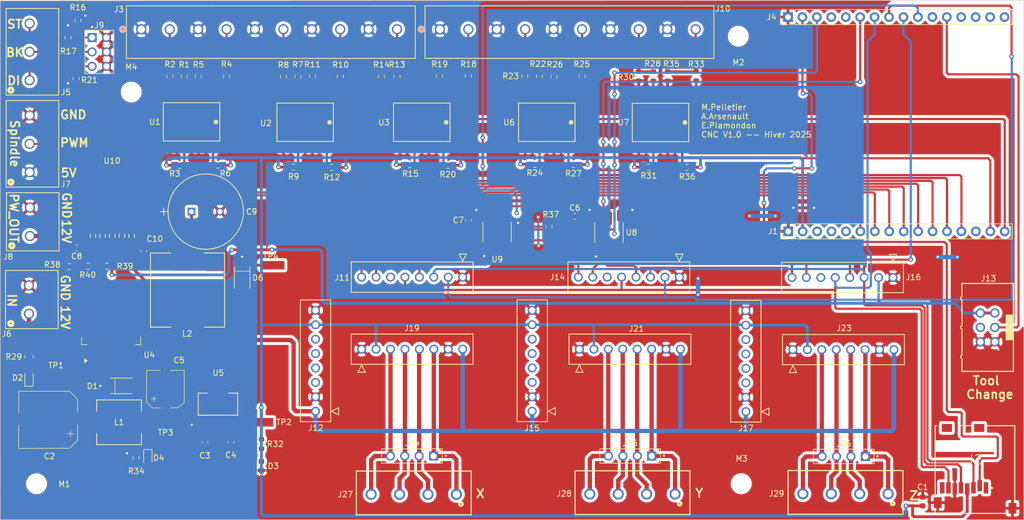
<source format=kicad_pcb>
(kicad_pcb (version 20240108) (generator "pcbnew") (generator_version "8.0")
  (title_block (title "Carte mère V2") (date "2025-05-15"))
  (layers (0 "F.Cu" signal) (31 "B.Cu" signal) (34 "B.Paste" user) (35 "F.Paste" user) (36 "B.SilkS" user "B.Silkscreen") (37 "F.SilkS" user "F.Silkscreen") (38 "B.Mask" user) (39 "F.Mask" user) (44 "Edge.Cuts" user))
  (net 0 "")
  (net 1 "+5V")
  (net 2 "GND")
  (net 3 "+3.3V")
  (net 4 "+12V")
  (net 5 "Net-(D1-K)")
  (net 6 "Net-(D2-A)")
  (net 7 "Net-(D3-A)")
  (net 8 "Net-(D4-A)")
  (net 9 "MOSI")
  (net 10 "MISO")
  (net 11 "Net-(J3-Pin_2)")
  (net 12 "Net-(J3-Pin_4)")
  (net 13 "Net-(J3-Pin_6)")
  (net 14 "Net-(J3-Pin_8)")
  (net 15 "Net-(J3-Pin_10)")
  (net 16 "PWM")
  (net 17 "DIR")
  (net 18 "BK")
  (net 19 "ST")
  (net 20 "Net-(R1-Pad2)")
  (net 21 "Net-(R4-Pad2)")
  (net 22 "Net-(R7-Pad2)")
  (net 23 "Net-(R10-Pad2)")
  (net 24 "In_1")
  (net 25 "In_2")
  (net 26 "In_3")
  (net 27 "In_4")
  (net 28 "In_5")
  (net 29 "In_6")
  (net 30 "In_7")
  (net 31 "In_8")
  (net 32 "In_9")
  (net 33 "In_10")
  (net 34 "I2S0_SDA")
  (net 35 "SDA")
  (net 36 "SCK")
  (net 37 "CS_SD")
  (net 41 "RCLK")
  (net 42 "I2S_SCL")
  (net 44 "Net-(J10-Pin_2)")
  (net 45 "Net-(J10-Pin_10)")
  (net 46 "Net-(J10-Pin_6)")
  (net 47 "Net-(J10-Pin_4)")
  (net 48 "Net-(J10-Pin_8)")
  (net 49 "Dir_1")
  (net 51 "Step_1")
  (net 52 "CS_1")
  (net 58 "CS_2")
  (net 60 "Step_2")
  (net 61 "Dir_2")
  (net 66 "Step_3")
  (net 67 "CS_3")
  (net 68 "Dir_3")
  (net 74 "B2_1")
  (net 75 "A2_1")
  (net 76 "B1_1")
  (net 77 "A1_1")
  (net 78 "B1_2")
  (net 79 "A1_2")
  (net 80 "A2_2")
  (net 81 "B2_2")
  (net 82 "B1_3")
  (net 83 "B2_3")
  (net 84 "A1_3")
  (net 85 "A2_3")
  (net 86 "Net-(R13-Pad2)")
  (net 87 "Net-(R18-Pad2)")
  (net 88 "Net-(R22-Pad2)")
  (net 89 "Net-(R25-Pad2)")
  (net 90 "Net-(R28-Pad2)")
  (net 91 "Net-(R33-Pad2)")
  (net 93 "Net-(U10-COMP)")
  (net 94 "Net-(C8-Pad2)")
  (net 95 "+24V")
  (net 96 "Tool_Ch")
  (net 97 "Net-(D6-A)")
  (net 98 "Net-(U10-FB)")
  (net 115 "unconnected-(J2-CD2-Pad9)")
  (footprint "Footprints:CONN_PPTC081LFBN-RC_SUL" (layer "F.Cu") (at 196.358311 113.461801 180)
    (property "Reference" "J23")
    (property "Value" "Conn_01x08" (hide yes))
  )
  (footprint "Footprints:LVT-827S_LTO" (layer "F.Cu") (at 173.058714 73.452 -90)
    (property "Reference" "U7")
    (property "Value" "LTV-827" (hide yes))
  )
  (footprint "MountingHole:MountingHole_3.2mm_M3" (layer "F.Cu") (at 79.924711 68.097401)
    (property "Reference" "M4")
    (property "Value" "MountingHole_3.2mm_M3" (hide yes))
  )
  (footprint "Footprints:LVT-827S_LTO" (layer "F.Cu") (at 131.047114 73.422401 -90)
    (property "Reference" "U3")
    (property "Value" "LTV-827" (hide yes))
  )
  (footprint "Resistor_SMD:R_0603_1608Metric" (layer "F.Cu") (at 169.223314 65.281201 -90)
    (property "Reference" "R30")
    (property "Value" "4k7" (hide yes))
  )
  (footprint "Diode_SMD:D_0603_1608Metric" (layer "F.Cu") (at 61.941314 118.425501 90)
    (property "Reference" "D2")
    (property "Value" "LED" (hide yes))
  )
  (footprint "Diode_SMD:D_0603_1608Metric" (layer "F.Cu") (at 102.837114 133.956801 90)
    (property "Reference" "D3")
    (property "Value" "LED" (hide yes))
  )
  (footprint "Footprints:61200621621" (layer "F.Cu") (at 230.622911 109.550201 90)
    (property "Reference" "J13")
    (property "Value" "Tool Change" (hide yes))
  )
  (footprint "Resistor_SMD:R_0603_1608Metric" (layer "F.Cu") (at 109.253914 65.319801 -90)
    (property "Reference" "R7")
    (property "Value" "200" (hide yes))
  )
  (footprint "Resistor_SMD:R_0603_1608Metric" (layer "F.Cu") (at 139.251314 65.243601 -90)
    (property "Reference" "R18")
    (property "Value" "200" (hide yes))
  )
  (footprint "Resistor_SMD:R_0603_1608Metric" (layer "F.Cu") (at 89.264114 65.319801 -90)
    (property "Reference" "R1")
    (property "Value" "200" (hide yes))
  )
  (footprint "Footprints:TP420X150" (layer "F.Cu") (at 85.971514 126.235201)
    (property "Reference" "TP3")
    (property "Value" "~")
  )
  (footprint "Capacitor_SMD:C_0603_1608Metric" (layer "F.Cu") (at 157.978911 89.992201 180)
    (property "Reference" "C6")
    (property "Value" "100 nF" (hide yes))
  )
  (footprint "Footprints:691137710004" (layer "F.Cu") (at 205.613 138.8618 180)
    (property "Reference" "J29")
    (property "Value" "Moteur_Z" (hide yes))
  )
  (footprint "Resistor_SMD:R_0603_1608Metric" (layer "F.Cu") (at 123.935114 65.319801 -90)
    (property "Reference" "R14")
    (property "Value" "4k7" (hide yes))
  )
  (footprint "Footprints:TP420X150" (layer "F.Cu") (at 104.791311 98.602801)
    (property "Reference" "TP4")
    (property "Value" "~")
  )
  (footprint "Footprints:CONN10_1935242_PXC" (layer "F.Cu") (at 81.699911 57.039401)
    (property "Reference" "J3")
    (property "Value" "EndStop" (hide yes))
  )
  (footprint "Resistor_SMD:R_0603_1608Metric" (layer "F.Cu") (at 170.980911 81.321801)
    (property "Reference" "R31")
    (property "Value" "1k" (hide yes))
  )
  (footprint "Footprints:CONN_PPTC081LFBN-RC_SUL" (layer "F.Cu") (at 213.967911 100.761801)
    (property "Reference" "J16")
    (property "Value" "Conn_01x08" (hide yes))
  )
  (footprint "Footprints:691137710004" (layer "F.Cu") (at 168.121511 138.903601 180)
    (property "Reference" "J28")
    (property "Value" "Moteur_Y" (hide yes))
  )
  (footprint "Resistor_SMD:R_0603_1608Metric" (layer "F.Cu") (at 108.446111 81.321801)
    (property "Reference" "R9")
    (property "Value" "1k" (hide yes))
  )
  (footprint "Resistor_SMD:R_0603_1608Metric" (layer "F.Cu") (at 75.696111 98.780601 180)
    (property "Reference" "R39")
    (property "Value" "20k, 1%" (hide yes))
  )
  (footprint "Footprints:GCT_MEM2061-01-188-00-A_REVA" (layer "F.Cu") (at 228.390711 134.584801)
    (property "Reference" "J2")
    (property "Value" "Micro_SD_Card" (hide yes))
  )
  (footprint "Footprints:LVT-827S_LTO" (layer "F.Cu") (at 110.523914 73.422401 -90)
    (property "Reference" "U2")
    (property "Value" "LTV-827" (hide yes))
  )
  (footprint "Footprints:Cap_680" (layer "F.Cu") (at 65.537511 125.718601 -90)
    (property "Reference" "C2")
    (property "Value" "680 uF" (hide yes))
  )
  (footprint "Resistor_SMD:R_0603_1608Metric" (layer "F.Cu") (at 150.940311 80.813801)
    (property "Reference" "R24")
    (property "Value" "1k" (hide yes))
  )
  (footprint "Footprints:HARWIN_M20-9980346" (layer "F.Cu") (at 74.311114 61.027601 -90)
    (property "Reference" "J9")
    (property "Value" "Jumper" (hide yes))
  )
  (footprint "Footprints:CONN_PPTC081LFBN-RC_SUL" (layer "F.Cu") (at 138.250711 100.691601)
    (property "Reference" "J11")
    (property "Value" "Conn_01x08" (hide yes))
  )
  (footprint "Resistor_SMD:R_0603_1608Metric" (layer "F.Cu") (at 179.332514 65.269001 -90)
    (property "Reference" "R33")
    (property "Value" "200" (hide yes))
  )
  (footprint "Resistor_SMD:R_0603_1608Metric" (layer "F.Cu") (at 151.748114 65.319801 -90)
    (property "Reference" "R22")
    (property "Value" "200" (hide yes))
  )
  (footprint "Footprints:Cap_220" (layer "F.Cu") (at 85.946114 120.063001 180)
    (property "Reference" "C5")
    (property "Value" "220 uF" (hide yes))
  )
  (footprint "Resistor_SMD:R_0603_1608Metric" (layer "F.Cu") (at 86.724114 65.294401 -90)
    (property "Reference" "R2")
    (property "Value" "4k7" (hide yes))
  )
  (footprint "Footprints:CONN_1935174_PXC" (layer "F.Cu") (at 62.242111 82.023602 90)
    (property "Reference" "J7")
    (property "Value" "PWM_OUT" (hide yes))
  )
  (footprint "Resistor_SMD:R_0603_1608Metric" (layer "F.Cu") (at 115.177111 81.372601 180)
    (property "Reference" "R12")
    (property "Value" "1k" (hide yes))
  )
  (footprint "Footprints:TP420X150" (layer "F.Cu") (at 66.538714 114.158301)
    (property "Reference" "TP1")
    (property "Value" "~")
  )
  (footprint "Resistor_SMD:R_0603_1608Metric" (layer "F.Cu") (at 116.721514 65.345201 -90)
    (property "Reference" "R10")
    (property "Value" "200" (hide yes))
  )
  (footprint "Resistor_SMD:R_0603_1608Metric" (layer "F.Cu") (at 134.145914 65.269001 -90)
    (property "Reference" "R19")
    (property "Value" "4k7" (hide yes))
  )
  (footprint "Resistor_SMD:R_0603_1608Metric" (layer "F.Cu") (at 96.706314 65.319801 -90)
    (property "Reference" "R4")
    (property "Value" "200" (hide yes))
  )
  (footprint "MountingHole:MountingHole_3.2mm_M3" (layer "F.Cu") (at 63.262311 137.083801)
    (property "Reference" "M1")
    (property "Value" "MountingHole_3.2mm_M3" (hide yes))
  )
  (footprint "Capacitor_SMD:C_0603_1608Metric" (layer "F.Cu") (at 97.477714 129.765801 -90)
    (property "Reference" "C4")
    (property "Value" "4,7 uF" (hide yes))
  )
  (footprint "Resistor_SMD:R_0603_1608Metric" (layer "F.Cu") (at 153.432311 91.807801 90)
    (property "Reference" "R37")
    (property "Value" "4k7")
  )
  (footprint "Resistor_SMD:R_0603_1608Metric" (layer "F.Cu") (at 95.187311 80.966201 180)
    (property "Reference" "R6")
    (property "Value" "1k" (hide yes))
  )
  (footprint "Footprints:CONN_1935161_PXC" (layer "F.Cu") (at 62.093911 93.446601 90)
    (property "Reference" "J8")
    (property "Value" "Spindle Power" (hide yes))
  )
  (footprint "Footprints:CONN_1935174_PXC" (layer "F.Cu") (at 62.234111 65.818401 90)
    (property "Reference" "J5")
    (property "Value" "CON" (hide yes))
  )
  (footprint "MountingHole:MountingHole_3.2mm_M3" (layer "F.Cu") (at 187.265111 137.083801)
    (property "Reference" "M3")
    (property "Value" "MountingHole_3.2mm_M3" (hide yes))
  )
  (footprint "Footprints:CONN_PPTC081LFBN-RC_SUL" (layer "F.Cu") (at 120.470711 113.385601 180)
    (property "Reference" "J19")
    (property "Value" "Conn_01x08" (hide yes))
  )
  (footprint "Resistor_SMD:R_0603_1608Metric" (layer "F.Cu") (at 174.303314 65.294401 -90)
    (property "Reference" "R35")
    (property "Value" "4k7" (hide yes))
  )
  (footprint "Footprints:CONN_PPTC081LFBN-RC_SUL" (layer "F.Cu") (at 176.375911 100.685601)
    (property "Reference" "J14")
    (property "Value" "Conn_01x08" (hide yes))
  )
  (footprint "Footprints:LVT-827S_LTO" (layer "F.Cu") (at 90.534114 73.3504 -90)
    (property "Reference" "U1")
    (property "Value" "LTV-827" (hide yes))
  )
  (footprint "Footprints:SULLINS_PPTC041LFBN-RC" (layer "F.Cu") (at 167.707111 132.204801 180)
    (property "Reference" "J25")
    (property "Value" "Moteur_Y_OUT" (hide yes))
  )
  (footprint "Resistor_SMD:R_0805_2012Metric" (layer "F.Cu") (at 61.941314 114.691701 -90)
    (property "Reference" "R29")
    (property "Value" "1k" (hide yes))
  )
  (footprint "Resistor_SMD:R_0603_1608Metric" (layer "F.Cu") (at 177.686511 81.347201 180)
    (property "Reference" "R36")
    (property "Value" "1k" (hide yes))
  )
  (footprint "Footprints:CONN10_1935242_PXC" (layer "F.Cu") (at 134.247514 57.039401)
    (property "Reference" "J10")
    (property "Value" "EndStop" (hide yes))
  )
  (footprint "Resistor_SMD:R_0603_1608Metric" (layer "F.Cu") (at 70.551914 55.490401 -90)
    (property "Reference" "R16")
    (property "Value" "1k" (hide yes))
  )
  (footprint "Resistor_SMD:R_0603_1608Metric" (layer "F.Cu") (at 102.837114 130.096001 -90)
    (property "Reference" "R32")
    (property "Value" "330" (hide yes))
  )
  (footprint "Resistor_SMD:R_0603_1608Metric" (layer "F.Cu") (at 111.819314 65.294401 -90)
    (property "Reference" "R11")
    (property "Value" "4k7" (hide yes))
  )
  (footprint "Resistor_SMD:R_0603_1608Metric" (layer "F.Cu") (at 88.456311 80.991601)
    (property "Reference" "R3")
    (property "Value" "1k" (hide yes))
  )
  (footprint "Capacitor_SMD:C_0603_1608Metric" (layer "F.Cu") (at 219.202 140.208 -90)
    (property "Reference" "C1")
    (property "Value" "100 nF" (hide yes))
  )
  (footprint "Footprints:CONN_PPTC081LFBN-RC_SUL" (layer "F.Cu") (at 158.791711 113.385601 180)
    (property "Reference" "J21")
    (property "Value" "Conn_01x08" (hide yes))
  )
  (footprint "Footprints:TS5B_TEX-M" (layer "F.Cu") (at 76.597311 87.249001)
    (property "Reference" "U10")
    (property "Value" "LM2577S-ADJ/NOPB" (hide yes))
  )
  (footprint "Resistor_SMD:R_0603_1608Metric" (layer "F.Cu") (at 128.943911 80.890001)
    (property "Reference" "R15")
    (property "Value" "1k" (hide yes))
  )
  (footprint "Footprints:LVT-827S_LTO" (layer "F.Cu") (at 153.043514 73.4266 -90)
    (property "Reference" "U6")
    (property "Value" "LTV-827" (hide yes))
  )
  (footprint "Footprints:DIO_PMEG4050EP_115" (layer "F.Cu") (at 78.172111 119.862601 180)
    (property "Reference" "D1")
    (property "Value" "PMEG4050EP" (hide yes))
  )
  (footprint "Footprints:IND_BOURNS_SRR1260" (layer "F.Cu") (at 89.830711 102.971601 90)
    (property "Reference" "L2")
    (property "Value" "680 uH, Low DCR, Isat : 750 mA" (hide yes))
  )
  (footprint "Footprints:SOP65P640X120-16N" (layer "F.Cu") (at 144.303911 92.786001 90)
    (property "Reference" "U9")
    (property "Value" "74AHCT595" (hide yes))
  )
  (footprint "Capacitor_SMD:C_0603_1608Metric" (layer "F.Cu") (at 92.905714 129.816601 -90)
    (property "Reference" "C3")
    (property "Value" "4,7 uF" (hide yes))
  )
  (footprint "Footprints:SULLINS_PPTC041LFBN-RC" (layer "F.Cu") (at 205.299111 132.281001 180)
    (property "Reference" "J26")
    (property "Value" "Moteur_Z_OUT" (hide yes))
  )
  (footprint "Capacitor_SMD:C_0603_1608Metric" (layer "F.Cu") (at 70.323511 95.554801 180)
    (property "Reference" "C8")
    (property "Value" "0.33 uF" (hide yes))
  )
  (footprint "Footprints:CONN_PPTC081LFBN-RC_SUL" (layer "F.Cu") (at 150.482911 124.318001 -90)
    (property "Reference" "J15")
    (property "Value" "Conn_01x08" (hide yes))
  )
  (footprint "Resistor_SMD:R_0603_1608Metric" (layer "F.Cu") (at 72.330111 98.780601 180)
    (property "Reference" "R40")
    (property "Value" "1k07, 1%" (hide yes))
  )
  (footprint "Resistor_SMD:R_0603_1608Metric" (layer "F.Cu") (at 68.799314 58.500801 -90)
    (property "Reference" "R17")
    (property "Value" "1k" (hide yes))
  )
  (footprint "Resistor_SMD:R_0603_1608Metric" (layer "F.Cu") (at 69.002711 98.856801)
    (property "Reference" "R38")
    (property "Value" "2k2" (hide yes))
  )
  (footprint "Footprints:SOP65P640X120-16N" (layer "F.Cu") (at 163.988911 92.862201 90)
    (property "Reference" "U8")
    (property "Value" "74AHCT595" (hide yes))
  )
  (footprint "Footprints:SOT-223_3MC_MCH-M" (layer "F.Cu") (at 95.190111 123.037601)
    (property "Reference" "U5")
    (property "Value" "MCP1825S" (hide yes))
  )
  (footprint "Resistor_SMD:R_0603_1608Metric" (layer "F.Cu") (at 80.789914 132.509001 -90)
    (property "Reference" "R34")
    (property "Value" "330" (hide yes))
  )
  (footprint "Connector_PinHeader_2.54mm:PinHeader_1x16_P2.54mm_Vertical" (layer "F.Cu") (at 195.494711 54.889401 90)
    (property "Reference" "J4")
    (property "Value" "Conn_01x16" (hide yes))
  )
  (footprint "Resistor_SMD:R_0603_1608Metric" (layer "F.Cu") (at 135.649511 80.991601 180)
    (property "Reference" "R20")
    (property "Value" "1k" (hide yes))
  )
  (footprint "Resistor_SMD:R_0603_1608Metric" (layer "F.Cu") (at 149.182714 65.294401 -90)
    (property "Reference" "R23")
    (property "Value" "4k7" (hide yes))
  )
  (footprint "Resistor_SMD:R_0603_1608Metric" (layer "F.Cu") (at 70.221714 65.726601 90)
    (property "Reference" "R21")
    (property "Value" "1k" (hide yes))
  )
  (footprint "MountingHole:MountingHole_3.2mm_M3" (layer "F.Cu") (at 186.7408 58.2676)
    (property "Reference" "M2")
    (property "Value" "MountingHole_3.2mm_M3" (hide yes))
  )
  (footprint "Footprints:CAP_EKYC500_NIP" (layer "F.Cu") (at 90.537461 89.154001)
    (property "Reference" "C9")
    (property "Value" "680 uF" (hide yes))
  )
  (footprint "Footprints:SULLINS_PPTC041LFBN-RC" (layer "F.Cu") (at 129.320711 132.204801 180)
    (property "Reference" "J24")
    (property "Value" "Moteur_X_OUT" (hide yes))
  )
  (footprint "Footprints:691137710004" (layer "F.Cu") (at 129.644311 138.954401 180)
    (property "Reference" "J27")
    (property "Value" "Moteur_x" (hide yes))
  )
  (footprint "Footprints:CONN_PPTC081LFBN-RC_SUL" (layer "F.Cu") (at 112.357711 124.324001 -90)
    (property "Reference" "J12")
    (property "Value" "Conn_01x08" (hide yes))
  )
  (footprint "Resistor_SMD:R_0603_1608Metric" (layer "F.Cu") (at 157.722111 80.864601 180)
    (property "Reference" "R27")
    (property "Value" "1k" (hide yes))
  )
  (footprint "Resistor_SMD:R_0603_1608Metric" (layer "F.Cu") (at 106.713914 65.370601 -90)
    (property "Reference" "R8")
    (property "Value" "4k7" (hide yes))
  )
  (footprint "Connector_PinHeader_2.54mm:PinHeader_1x16_P2.54mm_Vertical" (layer "F.Cu") (at 195.534711 92.639401 90)
    (property "Reference" "J1")
    (property "Value" "Conn_01x16" (hide yes))
  )
  (footprint "Resistor_SMD:R_0603_1608Metric" (layer "F.Cu") (at 159.266514 65.294401 -90)
    (property "Reference" "R25")
    (property "Value" "200" (hide yes))
  )
  (footprint "Resistor_SMD:R_0603_1608Metric" (layer "F.Cu") (at 154.313514 65.319801 -90)
    (property "Reference" "R26")
    (property "Value" "4k7" (hide yes))
  )
  (footprint "Resistor_SMD:R_0603_1608Metric" (layer "F.Cu") (at 126.703714 65.319801 -90)
    (property "Reference" "R13")
    (property "Value" "200" (hide yes))
  )
  (footprint "Resistor_SMD:R_0603_1608Metric" (layer "F.Cu") (at 91.727914 65.319801 -90)
    (property "Reference" "R5")
    (property "Value" "4k7" (hide yes))
  )
  (footprint "Package_TO_SOT_SMD:TO-263-5_TabPin3" (layer "F.Cu") (at 76.393914 107.770201 90)
    (property "Reference" "U4")
    (property "Value" "LM2596S-5" (hide yes))
  )
  (footprint "Footprints:DIO_PMEG4050EP_115" (layer "F.Cu") (at 99.431911 100.778701 90)
    (property "Reference" "D6")
    (property "Value" "PMEG4050EP" (hide yes))
  )
  (footprint "Footprints:TP420X150" (layer "F.Cu") (at 102.811714 126.260601)
    (property "Reference" "TP2")
    (property "Value" "~" (hide yes))
  )
  (footprint "Diode_SMD:D_0603_1608Metric" (layer "F.Cu") (at 82.847314 132.534401 -90)
    (property "Reference" "D4")
    (property "Value" "LED" (hide yes))
  )
  (footprint "Footprints:CONN_1935161_PXC" (layer "F.Cu") (at 61.923914 107.146001 90)
    (property "Reference" "J6")
    (property "Value" "Input" (hide yes))
  )
  (footprint "Capacitor_SMD:C_0603_1608Metric" (layer "F.Cu") (at 82.109111 96.088201 90)
    (property "Reference" "C10")
    (property "Value" "0.1uF" (hide yes))
  )
  (footprint "Footprints:DR73" (layer "F.Cu") (at 77.792714 126.260601)
    (property "Reference" "L1")
    (property "Value" "33 uH")
  )
  (footprint "Resistor_SMD:R_0603_1608Metric" (layer "F.Cu") (at 171.788714 65.319801 -90)
    (property "Reference" "R28")
    (property "Value" "200" (hide yes))
  )
  (footprint "Capacitor_SMD:C_0603_1608Metric" (layer "F.Cu") (at 139.274711 90.677801 -90)
    (property "Reference" "C7")
    (property "Value" "100 nF" (hide yes))
  )
  (footprint "Footprints:CONN_PPTC081LFBN-RC_SUL" (layer "F.Cu") (at 188.074911 124.394201 -90)
    (property "Reference" "J17")
    (property "Value" "Conn_01x08")
  )
  (gr_rect (start 56.884111 51.934001) (end 236.995511 143.450201) (stroke (width 0.1)) (fill none) (layer "Edge.Cuts"))
  (gr_text "12V" (at 67.427911 105.537001 -90) (layer "F.SilkS") (effects (font (size 1.5 1.5) (thickness 0.3) (bold yes)) (justify left bottom)))
  (gr_text "Spindle" (at 58.537911 72.847201 -90) (layer "F.SilkS") (effects (font (size 1.5 1.5) (thickness 0.3) (bold yes)) (justify left bottom)))
  (gr_text "PW_OUT" (at 58.410911 85.801201 -90) (layer "F.SilkS") (effects (font (size 1.5 1.5) (thickness 0.3) (bold yes)) (justify left bottom)))
  (gr_text "12V" (at 67.631111 90.373201 -90) (layer "F.SilkS") (effects (font (size 1.5 1.5) (thickness 0.3) (bold yes)) (justify left bottom)))
  (gr_text "ST\n" (at 57.928311 57.023001 0) (layer "F.SilkS") (effects (font (size 1.5 1.5) (thickness 0.3) (bold yes)) (justify left bottom)))
  (gr_text "GND" (at 67.250111 72.974201 0) (layer "F.SilkS") (effects (font (size 1.5 1.5) (thickness 0.3) (bold yes)) (justify left bottom)))
  (gr_text " Tool \nChange" (at 226.711311 122.224801 0) (layer "F.SilkS") (effects (font (size 1.5 1.5) (thickness 0.3) (bold yes)) (justify left bottom)))
  (gr_text "GND\n" (at 67.681911 85.598001 -90) (layer "F.SilkS") (effects (font (size 1.5 1.5) (thickness 0.3) (bold yes)) (justify left bottom)))
  (gr_text "DI" (at 57.953711 66.979801 0) (layer "F.SilkS") (effects (font (size 1.5 1.5) (thickness 0.3) (bold yes)) (justify left bottom)))
  (gr_text "IN" (at 58.055311 103.454201 -90) (layer "F.SilkS") (effects (font (size 1.5 1.5) (thickness 0.3) (bold yes)) (justify left bottom)))
  (gr_text "X\n" (at 140.427511 139.725401 0) (layer "F.SilkS") (effects (font (size 1.5 1.5) (thickness 0.3) (bold yes)) (justify left bottom)))
  (gr_text "Z" (at 216.678311 140.055601 0) (layer "F.SilkS") (effects (font (size 1.5 1.5) (thickness 0.3) (bold yes)) (justify left bottom)))
  (gr_text "GND\n" (at 67.453311 100.101401 -90) (layer "F.SilkS") (effects (font (size 1.5 1.5) (thickness 0.3) (bold yes)) (justify left bottom)))
  (gr_text "Y" (at 179.035511 139.623801 0) (layer "F.SilkS") (effects (font (size 1.5 1.5) (thickness 0.3) (bold yes)) (justify left bottom)))
  (gr_text "BK" (at 57.725111 62.001401 0) (layer "F.SilkS") (effects (font (size 1.5 1.5) (thickness 0.3) (bold yes)) (justify left bottom)))
  (gr_text "M.Pelletier\nA.Arsenault\nE.Plamondon\nCNC V1.0 -- Hiver 2025" (at 180.1368 76.1746 0) (layer "F.SilkS") (effects (font (size 1 1)) (justify left bottom)))
  (gr_text "5V\n" (at 67.377111 83.210401 0) (layer "F.SilkS") (effects (font (size 1.5 1.5) (thickness 0.3) (bold yes)) (justify left bottom)))
  (gr_text "PWM" (at 67.250111 77.901801 0) (layer "F.SilkS") (effects (font (size 1.5 1.5) (thickness 0.3) (bold yes)) (justify left bottom)))
  (segment (start 80.789914 122.916023) (end 80.789914 126.260601) (width 0.508) (layer "F.Cu") (net 1))
  (segment (start 200.092111 88.493601) (end 196.485311 88.493601) (width 0.508) (layer "F.Cu") (net 1))
  (segment (start 80.789914 131.684001) (end 79.201914 131.684001) (width 0.508) (layer "F.Cu") (net 1))
  (segment (start 80.789914 126.260601) (end 80.789914 131.684001) (width 0.508) (layer "F.Cu") (net 1))
  (segment (start 68.799314 57.675801) (end 68.799314 56.354001) (width 0.508) (layer "F.Cu") (net 1))
  (segment (start 78.093914 114.170201) (end 78.093914 120.220023) (width 0.508) (layer "F.Cu") (net 1))
  (segment (start 79.201914 131.684001) (end 79.164314 131.721601) (width 0.508) (layer "F.Cu") (net 1))
  (segment (start 68.812514 66.551601) (end 68.799314 66.564801) (width 0.25) (layer "F.Cu") (net 1))
  (segment (start 140.661911 89.902801) (end 142.015711 89.902801) (width 0.508) (layer "F.Cu") (net 1))
  (segment (start 147.996711 91.135201) (end 146.175463 91.135201) (width 0.381) (layer "F.Cu") (net 1))
  (segment (start 140.661911 89.902801) (end 140.661911 88.848801) (width 0.508) (layer "F.Cu") (net 1))
  (segment (start 196.485311 88.493601) (end 196.459911 88.468201) (width 0.508) (layer "F.Cu") (net 1))
  (segment (start 85.924114 122.701601) (end 85.924114 126.187801) (width 0.508) (layer "F.Cu") (net 1))
  (segment (start 146.175463 91.135201) (end 145.928911 90.888649) (width 0.381) (layer "F.Cu") (net 1))
  (segment (start 71.847314 54.652201) (end 70.565114 54.652201) (width 0.508) (layer "F.Cu") (net 1))
  (segment (start 160.595111 88.860201) (end 160.585311 88.850401) (width 0.25) (layer "F.Cu") (net 1))
  (segment (start 160.595111 89.992201) (end 160.595111 88.860201) (width 0.381) (layer "F.Cu") (net 1))
  (segment (start 70.221714 66.551601) (end 68.812514 66.551601) (width 0.508) (layer "F.Cu") (net 1))
  (segment (start 78.093914 120.220023) (end 80.789914 122.916023) (width 0.508) (layer "F.Cu") (net 1))
  (segment (start 145.928911 90.888649) (end 145.928911 89.916001) (width 0.381) (layer "F.Cu") (net 1))
  (segment (start 165.925763 88.816701) (end 168.081011 88.816701) (width 0.381) (layer "F.Cu") (net 1))
  (segment (start 92.879014 126.265701) (end 92.879014 129.014901) (width 0.508) (layer "F.Cu") (net 1))
  (segment (start 139.274711 89.902801) (end 140.661911 89.902801) (width 0.508) (layer "F.Cu") (net 1))
  (segment (start 85.971514 126.235201) (end 92.848514 126.235201) (width 0.508) (layer "F.Cu") (net 1))
  (segment (start 165.613911 89.992201) (end 165.613911 89.128553) (width 0.381) (layer "F.Cu") (net 1))
  (segment (start 80.789914 126.260601) (end 85.946114 126.260601) (width 0.508) (layer "F.Cu") (net 1))
  (segment (start 161.713911 89.992201) (end 160.595111 89.992201) (width 0.381) (layer "F.Cu") (net 1))
  (segment (start 165.613911 89.128553) (end 165.925763 88.816701) (width 0.381) (layer "F.Cu") (net 1))
  (segment (start 168.081011 88.816701) (end 168.113511 88.849201) (width 0.381) (layer "F.Cu") (net 1))
  (segment (start 160.595111 89.992201) (end 158.753911 89.992201) (width 0.381) (layer "F.Cu") (net 1))
  (via (at 68.799314 56.354001) (size 0.8) (drill 0.4) (layers "F.Cu" "B.Cu") (net 1))
  (via (at 160.585311 88.850401) (size 0.8) (drill 0.4) (layers "F.Cu" "B.Cu") (net 1))
  (via (at 147.996711 91.135201) (size 0.8) (drill 0.4) (layers "F.Cu" "B.Cu") (net 1))
  (via (at 196.459911 88.468201) (size 0.8) (drill 0.4) (layers "F.Cu" "B.Cu") (net 1))
  (via (at 71.847314 54.652201) (size 0.8) (drill 0.4) (layers "F.Cu" "B.Cu") (net 1))
  (via (at 140.661911 88.848801) (size 0.8) (drill 0.4) (layers "F.Cu" "B.Cu") (net 1))
  (via (at 79.164314 131.721601) (size 0.8) (drill 0.4) (layers "F.Cu" "B.Cu") (net 1))
  (via (at 68.799314 66.564801) (size 0.8) (drill 0.4) (layers "F.Cu" "B.Cu") (net 1))
  (via (at 168.113511 88.849201) (size 0.8) (drill 0.4) (layers "F.Cu" "B.Cu") (net 1))
  (via (at 200.092111 88.493601) (size 0.8) (drill 0.4) (layers "F.Cu" "B.Cu") (net 1))
  (segment (start 166.263911 95.732201) (end 167.401911 95.732201) (width 0.381) (layer "F.Cu") (net 2))
  (segment (start 143.978911 89.916001) (end 143.978911 87.583801) (width 0.381) (layer "F.Cu") (net 2))
  (segment (start 76.597311 96.875601) (end 77.791111 98.069401) (width 0.508) (layer "F.Cu") (net 2))
  (segment (start 163.663911 90.911201) (end 163.407411 91.167701) (width 0.381) (layer "F.Cu") (net 2))
  (segment (start 163.668511 88.290401) (end 163.663911 88.295001) (width 0.381) (layer "F.Cu") (net 2))
  (segment (start 79.793914 112.993201) (end 79.793914 115.420201) (width 0.508) (layer "F.Cu") (net 2))
  (segment (start 163.663911 89.992201) (end 163.663911 88.295001) (width 0.381) (layer "F.Cu") (net 2))
  (segment (start 157.452611 91.167701) (end 157.203911 90.919001) (width 0.381) (layer "F.Cu") (net 2))
  (segment (start 163.663911 89.992201) (end 163.663911 90.911201) (width 0.381) (layer "F.Cu") (net 2))
  (segment (start 79.398914 112.598201) (end 79.793914 112.993201) (width 0.508) (layer "F.Cu") (net 2))
  (segment (start 143.983511 87.579201) (end 143.978911 87.583801) (width 0.381) (layer "F.Cu") (net 2))
  (segment (start 76.597311 95.580201) (end 76.597311 96.875601) (width 0.508) (layer "F.Cu") (net 2))
  (segment (start 163.407411 91.167701) (end 157.452611 91.167701) (width 0.381) (layer "F.Cu") (net 2))
  (segment (start 157.203911 90.919001) (end 157.203911 89.992201) (width 0.381) (layer "F.Cu") (net 2))
  (segment (start 167.401911 95.732201) (end 167.402311 95.732601) (width 0.381) (layer "F.Cu") (net 2))
  (segment (start 76.393914 115.420201) (end 76.393914 113.055598) (width 0.508) (layer "F.Cu") (net 2))
  (segment (start 76.393914 113.055598) (end 76.851311 112.598201) (width 0.508) (layer "F.Cu") (net 2))
  (segment (start 76.851311 112.598201) (end 79.398914 112.598201) (width 0.508) (layer "F.Cu") (net 2))
  (via (at 151.552711 90.119201) (size 0.8) (drill 0.4) (layers "F.Cu" "B.Cu") (net 2))
  (via (at 151.603511 95.148401) (size 0.8) (drill 0.4) (layers "F.Cu" "B.Cu") (net 2))
  (via (at 225.288911 97.155001) (size 0.8) (drill 0.4) (layers "F.Cu" "B.Cu") (net 2))
  (via (at 193.294 89.916) (size 0.8) (drill 0.4) (layers "F.Cu" "B.Cu") (net 2))
  (via (at 188.722 89.916) (size 0.8) (drill 0.4) (layers "F.Cu" "B.Cu") (net 2))
  (via (at 179.670511 103.784401) (size 0.8) (drill 0.4) (layers "F.Cu" "B.Cu") (net 2))
  (via (at 221.859911 97.155001) (size 0.8) (drill 0.4) (layers "F.Cu" "B.Cu") (net 2))
  (via (at 179.670511 100.939601) (size 0.8) (drill 0.4) (layers "F.Cu" "B.Cu") (net 2))
  (segment (start 179.670511 103.784401) (end 179.670511 100.939601) (width 0.762) (layer "B.Cu") (net 2))
  (segment (start 151.552711 95.097601) (end 151.603511 95.148401) (width 0.381) (layer "B.Cu") (net 2))
  (segment (start 151.552711 90.119201) (end 151.552711 95.097601) (width 0.381) (layer "B.Cu") (net 2))
  (segment (start 221.859911 97.155001) (end 225.288911 97.155001) (width 0.762) (layer "B.Cu") (net 2))
  (segment (start 193.294 89.916) (end 188.722 89.916) (width 0.762) (layer "B.Cu") (net 2))
  (segment (start 86.119511 80.991601) (end 87.631311 80.991601) (width 0.508) (layer "F.Cu") (net 3))
  (segment (start 128.118911 80.890001) (end 126.581711 80.890001) (width 0.508) (layer "F.Cu") (net 3))
  (segment (start 217.424 142.642201) (end 217.678 142.896201) (width 0.508) (layer "F.Cu") (net 3))
  (segment (start 102.811714 123.684598) (end 102.832711 123.663601) (width 0.508) (layer "F.Cu") (net 3))
  (segment (start 217.678 142.896201) (end 226.165799 142.896201) (width 0.508) (layer "F.Cu") (net 3))
  (segment (start 96.012311 80.966201) (end 97.397111 80.966201) (width 0.508) (layer "F.Cu") (net 3))
  (segment (start 102.811714 126.260601) (end 102.811714 129.245601) (width 0.508) (layer "F.Cu") (net 3))
  (segment (start 97.479014 126.265701) (end 102.806614 126.265701) (width 0.508) (layer "F.Cu") (net 3))
  (segment (start 107.621111 81.321801) (end 105.855311 81.321801) (width 0.508) (layer "F.Cu") (net 3))
  (segment (start 102.811714 126.260601) (end 102.811714 123.684598) (width 0.508) (layer "F.Cu") (net 3))
  (segment (start 217.424 140.97) (end 217.437 140.983) (width 0.508) (layer "F.Cu") (net 3))
  (segment (start 105.855311 81.321801) (end 105.829911 81.296401) (width 0.25) (layer "F.Cu") (net 3))
  (segment (start 148.425711 80.813801) (end 150.115311 80.813801) (width 0.508) (layer "F.Cu") (net 3))
  (segment (start 217.437 140.983) (end 219.202 140.983) (width 0.508) (layer "F.Cu") (net 3))
  (segment (start 178.511511 81.347201) (end 180.099511 81.347201) (width 0.508) (layer "F.Cu") (net 3))
  (segment (start 170.155911 81.321801) (end 168.466311 81.321801) (width 0.508) (layer "F.Cu") (net 3))
  (segment (start 227.030711 142.031289) (end 227.030711 138.009801) (width 0.508) (layer "F.Cu") (net 3))
  (segment (start 97.397111 80.966201) (end 97.422511 80.991601) (width 0.25) (layer "F.Cu") (net 3))
  (segment (start 136.474511 80.991601) (end 137.935511 80.991601) (width 0.508) (layer "F.Cu") (net 3))
  (segment (start 217.424 140.97) (end 217.424 142.642201) (width 0.508) (layer "F.Cu") (net 3))
  (segment (start 97.479014 126.265701) (end 97.479014 128.989501) (width 0.508) (layer "F.Cu") (net 3))
  (segment (start 216.2576 140.97) (end 217.424 140.97) (width 0.508) (layer "F.Cu") (net 3))
  (segment (start 116.002111 81.372601) (end 117.717111 81.372601) (width 0.508) (layer "F.Cu") (net 3))
  (segment (start 226.165799 142.896201) (end 227.030711 142.031289) (width 0.508) (layer "F.Cu") (net 3))
  (segment (start 158.547111 80.864601) (end 160.185911 80.864601) (width 0.508) (layer "F.Cu") (net 3))
  (via (at 117.717111 81.372601) (size 0.8) (drill 0.4) (layers "F.Cu" "B.Cu") (net 3))
  (via (at 168.466311 81.321801) (size 0.8) (drill 0.4) (layers "F.Cu" "B.Cu") (net 3))
  (via (at 126.581711 80.890001) (size 0.8) (drill 0.4) (layers "F.Cu" "B.Cu") (net 3))
  (via (at 216.2576 140.97) (size 0.8) (drill 0.4) (layers "F.Cu" "B.Cu") (net 3))
  (via (at 105.829911 81.296401) (size 0.8) (drill 0.4) (layers "F.Cu" "B.Cu") (net 3))
  (via (at 86.119511 80.991601) (size 0.8) (drill 0.4) (layers "F.Cu" "B.Cu") (net 3))
  (via (at 148.425711 80.813801) (size 0.8) (drill 0.4) (layers "F.Cu" "B.Cu") (net 3))
  (via (at 160.185911 80.864601) (size 0.8) (drill 0.4) (layers "F.Cu" "B.Cu") (net 3))
  (via (at 102.832711 123.663601) (size 0.8) (drill 0.4) (layers "F.Cu" "B.Cu") (net 3))
  (via (at 97.422511 80.991601) (size 0.8) (drill 0.4) (layers "F.Cu" "B.Cu") (net 3))
  (via (at 137.935511 80.991601) (size 0.8) (drill 0.4) (layers "F.Cu" "B.Cu") (net 3))
  (via (at 180.099511 81.347201) (size 0.8) (drill 0.4) (layers "F.Cu" "B.Cu") (net 3))
  (segment (start 160.185911 80.864601) (end 160.185911 79.645401) (width 0.508) (layer "B.Cu") (net 3))
  (segment (start 102.832711 109.016801) (end 102.899911 109.084001) (width 0.508) (layer "B.Cu") (net 3))
  (segment (start 123.010711 113.385601) (end 123.010711 109.095801) (width 0.508) (layer "B.Cu") (net 3))
  (segment (start 150.482911 109.078001) (end 161.331711 109.078001) (width 0.508) (layer "B.Cu") (net 3))
  (segment (start 86.602111 79.645401) (end 97.371711 79.645401) (width 0.508) (layer "B.Cu") (net 3))
  (segment (start 168.466311 81.321801) (end 168.466311 79.645401) (width 0.508) (layer "B.Cu") (net 3))
  (segment (start 180.099511 81.347201) (end 180.102311 81.344401) (width 0.508) (layer "B.Cu") (net 3))
  (segment (start 102.832711 79.645401) (end 105.779111 79.645401) (width 0.508) (layer "B.Cu") (net 3))
  (segment (start 102.832711 123.663601) (end 102.832711 142.329711) (width 0.508) (layer "B.Cu") (net 3))
  (segment (start 198.562201 109.154201) (end 198.898311 109.490311) (width 0.508) (layer "B.Cu") (net 3))
  (segment (start 102.832711 109.016801) (end 102.832711 79.645401) (width 0.508) (layer "B.Cu") (net 3))
  (segment (start 198.898311 109.490311) (end 198.898311 113.461801) (width 0.508) (layer "B.Cu") (net 3))
  (segment (start 161.331711 109.078001) (end 187.998711 109.078001) (width 0.508) (layer "B.Cu") (net 3))
  (segment (start 117.717111 81.372601) (end 117.717111 79.645401) (width 0.508) (layer "B.Cu") (net 3))
  (segment (start 198.074711 92.639401) (end 198.074711 80.091711) (width 0.508) (layer "B.Cu") (net 3))
  (segment (start 161.331711 113.385601) (end 161.331711 109.078001) (width 0.381) (layer "B.Cu") (net 3))
  (segment (start 86.119511 80.128001) (end 86.602111 79.645401) (width 0.508) (layer "B.Cu") (net 3))
  (segment (start 117.717111 79.645401) (end 126.581711 79.645401) (width 0.508) (layer "B.Cu") (net 3))
  (segment (start 148.425711 79.645401) (end 160.185911 79.645401) (width 0.508) (layer "B.Cu") (net 3))
  (segment (start 97.371711 79.645401) (end 97.371711 80.940801) (width 0.508) (layer "B.Cu") (net 3))
  (segment (start 126.581711 80.890001) (end 126.581711 79.645401) (width 0.508) (layer "B.Cu") (net 3))
  (segment (start 168.466311 79.645401) (end 180.102311 79.645401) (width 0.508) (layer "B.Cu") (net 3))
  (segment (start 105.779111 81.245601) (end 105.829911 81.296401) (width 0.508) (layer "B.Cu") (net 3))
  (segment (start 137.935511 79.645401) (end 148.425711 79.645401) (width 0.508) (layer "B.Cu") (net 3))
  (segment (start 102.832711 142.329711) (end 103.216601 142.713601) (width 0.508) (layer "B.Cu") (net 3))
  (segment (start 112.789311 109.078001) (end 150.482911 109.078001) (width 0.508) (layer "B.Cu") (net 3))
  (segment (start 103.216601 142.713601) (end 215.680399 142.713601) (width 0.508) (layer "B.Cu") (net 3))
  (segment (start 188.074911 109.154201) (end 198.562201 109.154201) (width 0.508) (layer "B.Cu") (net 3))
  (segment (start 148.425711 80.813801) (end 148.425711 79.645401) (width 0.508) (layer "B.Cu") (net 3))
  (segment (start 86.119511 80.991601) (end 86.119511 80.128001) (width 0.508) (layer "B.Cu") (net 3))
  (segment (start 105.779111 79.645401) (end 117.717111 79.645401) (width 0.508) (layer "B.Cu") (net 3))
  (segment (start 105.779111 79.645401) (end 105.779111 81.245601) (width 0.508) (layer "B.Cu") (net 3))
  (segment (start 197.628401 79.645401) (end 180.102311 79.645401) (width 0.508) (layer "B.Cu") (net 3))
  (segment (start 215.680399 142.713601) (end 216.2576 142.1364) (width 0.508) (layer "B.Cu") (net 3))
  (segment (start 126.581711 79.645401) (end 137.935511 79.645401) (width 0.508) (layer "B.Cu") (net 3))
  (segment (start 102.832711 123.663601) (end 102.832711 109.016801) (width 0.508) (layer "B.Cu") (net 3))
  (segment (start 198.074711 80.091711) (end 197.628401 79.645401) (width 0.508) (layer "B.Cu") (net 3))
  (segment (start 216.2576 142.1364) (end 216.2576 140.97) (width 0.508) (layer "B.Cu") (net 3))
  (segment (start 160.185911 79.645401) (end 168.466311 79.645401) (width 0.508) (layer "B.Cu") (net 3))
  (segment (start 137.935511 80.991601) (end 137.935511 79.645401) (width 0.508) (layer "B.Cu") (net 3))
  (segment (start 97.371711 80.940801) (end 97.422511 80.991601) (width 0.508) (layer "B.Cu") (net 3))
  (segment (start 97.371711 79.645401) (end 102.832711 79.645401) (width 0.508) (layer "B.Cu") (net 3))
  (segment (start 180.102311 81.344401) (end 180.102311 79.645401) (width 0.508) (layer "B.Cu") (net 3))
  (segment (start 102.899911 109.084001) (end 112.357711 109.084001) (width 0.508) (layer "B.Cu") (net 3))
  (segment (start 61.923914 111.135701) (end 66.532614 111.135701) (width 0.762) (layer "F.Cu") (net 4))
  (segment (start 107.950001 111.760001) (end 66.564114 111.760001) (width 0.762) (layer "F.Cu") (net 4))
  (segment (start 112.357711 124.324001) (end 108.957001 124.324001) (width 0.762) (layer "F.Cu") (net 4))
  (segment (start 79.645311 93.446601) (end 66.564311 93.446601) (width 0.762) (layer "F.Cu") (net 4))
  (segment (start 108.957001 124.324001) (end 108.499711 123.866711) (width 0.762) (layer "F.Cu") (net 4))
  (segment (start 66.564114 109.601001) (end 66.564114 93.446798) (width 0.762) (layer "F.Cu") (net 4))
  (segment (start 61.923914 111.135701) (end 61.923914 113.761801) (width 0.762) (layer "F.Cu") (net 4))
  (segment (start 66.538714 124.866204) (end 66.538714 114.158301) (width 0.762) (layer "F.Cu") (net 4))
  (segment (start 108.499711 112.309711) (end 107.950001 111.760001) (width 0.762) (layer "F.Cu") (net 4))
  (segment (start 61.923914 107.146001) (end 61.923914 111.135701) (width 0.762) (layer "F.Cu") (net 4))
  (segment (start 89.830711 98.120201) (end 82.109111 98.120201) (width 0.762) (layer "F.Cu") (net 4))
  (segment (start 66.564114 93.446798) (end 66.564311 93.446601) (width 0.762) (layer "F.Cu") (net 4))
  (segment (start 80.000911 97.637601) (end 80.000911 95.580201) (width 0.762) (layer "F.Cu") (net 4))
  (segment (start 66.564114 111.760001) (end 66.564114 114.156701) (width 0.762) (layer "F.Cu") (net 4))
  (segment (start 67.325611 125.653101) (end 69.285314 125.653101) (width 0.762) (layer "F.Cu") (net 4))
  (segment (start 80.483511 98.120201) (end 80.000911 97.637601) (width 0.762) (layer "F.Cu") (net 4))
  (segment (start 66.564311 93.446601) (end 62.093911 93.446601) (width 0.762) (layer "F.Cu") (net 4))
  (segment (start 66.564114 111.167201) (end 66.564114 109.601001) (width 0.762) (layer "F.Cu") (net 4))
  (segment (start 82.109111 98.120201) (end 80.483511 98.120201) (width 0.762) (layer "F.Cu") (net 4))
  (segment (start 108.499711 123.866711) (end 108.499711 112.309711) (width 0.762) (layer "F.Cu") (net 4))
  (segment (start 80.000911 93.802201) (end 79.645311 93.446601) (width 0.762) (layer "F.Cu") (net 4))
  (segment (start 66.564114 111.760001) (end 66.564114 109.601001) (width 0.762) (layer "F.Cu") (net 4))
  (segment (start 66.538714 124.866204) (end 67.325611 125.653101) (width 0.762) (layer "F.Cu") (net 4))
  (segment (start 72.993914 114.170201) (end 66.550614 114.170201) (width 0.762) (layer "F.Cu") (net 4))
  (segment (start 82.109111 96.863201) (end 82.109111 98.120201) (width 0.762) (layer "F.Cu") (net 4))
  (segment (start 80.000911 95.580201) (end 80.000911 93.802201) (width 0.762) (layer "F.Cu") (net 4))
  (segment (start 66.532614 111.135701) (end 66.564114 111.167201) (width 0.762) (layer "F.Cu") (net 4))
  (segment (start 214.138311 127.364689) (end 214.138311 113.461801) (width 0.762) (layer "B.Cu") (net 4))
  (segment (start 150.4696 127.7874) (end 176.5808 127.7874) (width 0.762) (layer "B.Cu") (net 4))
  (segment (start 213.7156 127.7874) (end 214.138311 127.364689) (width 0.762) (layer "B.Cu") (net 4))
  (segment (start 176.571711 127.778311) (end 176.5808 127.7874) (width 0.762) (layer "B.Cu") (net 4))
  (segment (start 150.4696 127.7874) (end 150.4696 127.4318) (width 0.762) (layer "B.Cu") (net 4))
  (segment (start 188.0616 127.7874) (end 213.7156 127.7874) (width 0.762) (layer "B.Cu") (net 4))
  (segment (start 176.571711 113.385601) (end 176.571711 127.778311) (width 0.762) (layer "B.Cu") (net 4))
  (segment (start 112.357711 124.324001) (end 112.357711 127.089711) (width 0.762) (layer "B.Cu") (net 4))
  (segment (start 138.250711 127.785911) (end 138.2522 127.7874) (width 0.762) (layer "B.Cu") (net 4))
  (segment (start 112.357711 127.089711) (end 113.0554 127.7874) (width 0.762) (layer "B.Cu") (net 4))
  (segment (start 150.482911 127.418489) (end 150.482911 124.318001) (width 0.762) (layer "B.Cu") (net 4))
  (segment (start 150.4696 127.4318) (end 150.482911 127.418489) (width 0.762) (layer "B.Cu") (net 4))
  (segment (start 188.074911 124.394201) (end 188.074911 127.774089) (width 0.762) (layer "B.Cu") (net 4))
  (segment (start 138.250711 113.385601) (end 138.250711 127.785911) (width 0.762) (layer "B.Cu") (net 4))
  (segment (start 113.0554 127.7874) (end 138.2522 127.7874) (width 0.762) (layer "B.Cu") (net 4))
  (segment (start 176.5808 127.7874) (end 188.0616 127.7874) (width 0.762) (layer "B.Cu") (net 4))
  (segment (start 138.2522 127.7874) (end 150.4696 127.7874) (width 0.762) (layer "B.Cu") (net 4))
  (segment (start 188.074911 127.774089) (end 188.0616 127.7874) (width 0.762) (layer "B.Cu") (net 4))
  (segment (start 74.693914 119.837201) (end 74.693914 126.159001) (width 0.381) (layer "F.Cu") (net 5))
  (segment (start 74.719314 119.862601) (end 74.693914 119.837201) (width 0.381) (layer "F.Cu") (net 5))
  (segment (start 74.693914 114.170201) (end 74.693914 119.837201) (width 0.381) (layer "F.Cu") (net 5))
  (segment (start 75.972111 119.862601) (end 74.719314 119.862601) (width 0.381) (layer "F.Cu") (net 5))
  (segment (start 61.941314 115.604201) (end 61.941314 117.638001) (width 0.762) (layer "F.Cu") (net 6))
  (segment (start 102.837114 130.921001) (end 102.837114 133.169301) (width 0.381) (layer "F.Cu") (net 7))
  (segment (start 80.789914 133.334001) (end 82.835214 133.334001) (width 0.381) (layer "F.Cu") (net 8))
  (segment (start 211.427911 100.761801) (end 211.427911 104.874911) (width 0.381) (layer "F.Cu") (net 9))
  (segment (start 211.427911 104.874911) (end 211.734401 105.181401) (width 0.381) (layer "F.Cu") (net 9))
  (segment (start 220.031111 132.655111) (end 220.526301 133.150301) (width 0.381) (layer "F.Cu") (net 9))
  (segment (start 213.690199 52.882801) (end 213.274711 53.298289) (width 0.381) (layer "F.Cu") (net 9))
  (segment (start 220.526301 133.150301) (end 227.638301 133.150301) (width 0.381) (layer "F.Cu") (net 9))
  (segment (start 211.734401 105.181401) (end 219.735401 105.181401) (width 0.381) (layer "F.Cu") (net 9))
  (segment (start 228.130711 133.642711) (end 228.130711 137.809801) (width 0.381) (layer "F.Cu") (net 9))
  (segment (start 219.735401 105.181401) (end 220.031111 105.477111) (width 0.381) (layer "F.Cu") (net 9))
  (segment (start 213.274711 53.298289) (end 213.274711 54.889401) (width 0.381) (layer "F.Cu") (net 9))
  (segment (start 227.638301 133.150301) (end 228.130711 133.642711) (width 0.381) (layer "F.Cu") (net 9))
  (segment (start 220.031111 105.477111) (end 220.031111 132.655111) (width 0.381) (layer "F.Cu") (net 9))
  (segment (start 234.839311 61.849001) (end 234.839311 53.229311) (width 0.381) (layer "F.Cu") (net 9))
  (segment (start 234.839311 53.229311) (end 234.492801 52.882801) (width 0.381) (layer "F.Cu") (net 9))
  (segment (start 234.492801 52.882801) (end 213.690199 52.882801) (width 0.381) (layer "F.Cu") (net 9))
  (via (at 234.839311 61.849001) (size 0.8) (drill 0.4) (layers "F.Cu" "B.Cu") (net 9))
  (segment (start 211.427911 100.761801) (end 211.427911 104.666001) (width 0.381) (layer "B.Cu") (net 9))
  (segment (start 211.420511 104.673401) (end 234.670599 104.673401) (width 0.381) (layer "B.Cu") (net 9))
  (segment (start 135.710711 100.691601) (end 135.710711 103.766601) (width 0.381) (layer "B.Cu") (net 9))
  (segment (start 234.670599 104.673401) (end 234.875211 104.468789) (width 0.381) (layer "B.Cu") (net 9))
  (segment (start 179.009775 104.241601) (end 179.441575 104.673401) (width 0.381) (layer "B.Cu") (net 9))
  (segment (start 179.441575 104.673401) (end 211.420511 104.673401) (width 0.381) (layer "B.Cu") (net 9))
  (segment (start 136.185711 104.241601) (end 173.835911 104.241601) (width 0.381) (layer "B.Cu") (net 9))
  (segment (start 173.835911 104.241601) (end 179.009775 104.241601) (width 0.381) (layer "B.Cu") (net 9))
  (segment (start 135.710711 103.766601) (end 136.185711 104.241601) (width 0.381) (layer "B.Cu") (net 9))
  (segment (start 234.875211 61.884901) (end 234.839311 61.849001) (width 0.381) (layer "B.Cu") (net 9))
  (segment (start 234.875211 104.468789) (end 234.875211 61.884901) (width 0.381) (layer "B.Cu") (net 9))
  (segment (start 211.427911 104.666001) (end 211.420511 104.673401) (width 0.381) (layer "B.Cu") (net 9))
  (segment (start 173.835911 100.685601) (end 173.835911 104.241601) (width 0.381) (layer "B.Cu") (net 9))
  (segment (start 219.015111 133.925111) (end 219.256301 134.166301) (width 0.381) (layer "F.Cu") (net 10))
  (segment (start 204.032721 106.268121) (end 218.663121 106.268121) (width 0.381) (layer "F.Cu") (net 10))
  (segment (start 166.208511 102.946201) (end 203.807911 102.946201) (width 0.381) (layer "F.Cu") (net 10))
  (segment (start 128.090711 100.691601) (end 128.090711 102.242601) (width 0.381) (layer "F.Cu") (net 10))
  (segment (start 128.090711 102.242601) (end 128.794311 102.946201) (width 0.381) (layer "F.Cu") (net 10))
  (segment (start 223.730711 134.830711) (end 223.730711 137.809801) (width 0.381) (layer "F.Cu") (net 10))
  (segment (start 223.066301 134.166301) (end 223.730711 134.830711) (width 0.381) (layer "F.Cu") (net 10))
  (segment (start 219.256301 134.166301) (end 223.066301 134.166301) (width 0.381) (layer "F.Cu") (net 10))
  (segment (start 166.215911 100.685601) (end 166.215911 102.938801) (width 0.381) (layer "F.Cu") (net 10))
  (segment (start 219.015111 106.620111) (end 219.015111 133.925111) (width 0.381) (layer "F.Cu") (net 10))
  (segment (start 203.807911 102.946201) (end 203.807911 106.043311) (width 0.381) (layer "F.Cu") (net 10))
  (segment (start 203.807911 106.043311) (end 204.032721 106.268121) (width 0.381) (layer "F.Cu") (net 10))
  (segment (start 166.215911 102.938801) (end 166.208511 102.946201) (width 0.381) (layer "F.Cu") (net 10))
  (segment (start 128.794311 102.946201) (end 166.208511 102.946201) (width 0.381) (layer "F.Cu") (net 10))
  (segment (start 218.663121 106.268121) (end 219.015111 106.620111) (width 0.381) (layer "F.Cu") (net 10))
  (segment (start 203.807911 102.946201) (end 203.807911 100.761801) (width 0.381) (layer "F.Cu") (net 10))
  (segment (start 210.734711 57.912001) (end 209.490111 59.156601) (width 0.381) (layer "B.Cu") (net 10))
  (segment (start 210.065811 102.227189) (end 209.727799 102.565201) (width 0.381) (layer "B.Cu") (net 10))
  (segment (start 210.734711 54.889401) (end 210.734711 57.912001) (width 0.381) (layer "B.Cu") (net 10))
  (segment (start 204.165201 102.565201) (end 203.807911 102.207911) (width 0.381) (layer "B.Cu") (net 10))
  (segment (start 209.490111 59.156601) (end 209.490111 95.859601) (width 0.381) (layer "B.Cu") (net 10))
  (segment (start 210.065811 96.435301) (end 210.065811 102.227189) (width 0.381) (layer "B.Cu") (net 10))
  (segment (start 209.727799 102.565201) (end 204.165201 102.565201) (width 0.381) (layer "B.Cu") (net 10))
  (segment (start 203.807911 102.207911) (end 203.807911 100.761801) (width 0.381) (layer "B.Cu") (net 10))
  (segment (start 209.490111 95.859601) (end 210.065811 96.435301) (width 0.381) (layer "B.Cu") (net 10))
  (segment (start 89.264114 64.494801) (end 86.749514 64.494801) (width 0.381) (layer "F.Cu") (net 11))
  (segment (start 86.69991 57.039401) (end 86.69991 64.445197) (width 0.381) (layer "F.Cu") (net 11))
  (segment (start 96.699911 57.039401) (end 96.699911 64.589998) (width 0.381) (layer "F.Cu") (net 12))
  (segment (start 91.727914 64.494801) (end 96.706314 64.494801) (width 0.381) (layer "F.Cu") (net 12))
  (segment (start 106.713914 64.545601) (end 109.203114 64.545601) (width 0.381) (layer "F.Cu") (net 13))
  (segment (start 106.699911 57.039401) (end 106.699911 64.531598) (width 0.381) (layer "F.Cu") (net 13))
  (segment (start 116.721514 64.520201) (end 116.721514 57.061004) (width 0.381) (layer "F.Cu") (net 14))
  (segment (start 111.819314 64.469401) (end 116.670714 64.469401) (width 0.381) (layer "F.Cu") (net 14))
  (segment (start 123.935114 64.494801) (end 126.703714 64.494801) (width 0.381) (layer "F.Cu") (net 15))
  (segment (start 126.703714 64.494801) (end 126.703714 57.043201) (width 0.381) (layer "F.Cu") (net 15))
  (segment (start 68.443911 73.161089) (end 68.757799 72.847201) (width 0.381) (layer "F.Cu") (net 16))
  (segment (start 233.375201 72.847201) (end 233.634711 73.106711) (width 0.381) (layer "F.Cu") (net 16))
  (segment (start 233.634711 73.106711) (end 233.634711 92.639401) (width 0.381) (layer "F.Cu") (net 16))
  (segment (start 68.185999 77.229001) (end 68.443911 76.971089) (width 0.381) (layer "F.Cu") (net 16))
  (segment (start 68.757799 72.847201) (end 233.375201 72.847201) (width 0.381) (layer "F.Cu") (net 16))
  (segment (start 62.042914 77.229001) (end 68.185999 77.229001) (width 0.381) (layer "F.Cu") (net 16))
  (segment (start 68.443911 76.971089) (end 68.443911 73.161089) (width 0.381) (layer "F.Cu") (net 16))
  (segment (start 70.247114 63.567601) (end 70.221714 63.593001) (width 0.381) (layer "F.Cu") (net 17))
  (segment (start 73.041114 63.567601) (end 70.247114 63.567601) (width 0.381) (layer "F.Cu") (net 17))
  (segment (start 62.289399 63.567601) (end 62.042914 63.814086) (width 0.381) (layer "F.Cu") (net 17))
  (segment (start 70.247114 63.567601) (end 62.289399 63.567601) (width 0.381) (layer "F.Cu") (net 17))
  (segment (start 70.221714 63.593001) (end 70.221714 64.901601) (width 0.381) (layer "F.Cu") (net 17))
  (segment (start 62.042914 63.814086) (end 62.042914 66.031401) (width 0.381) (layer "F.Cu") (net 17))
  (segment (start 73.041114 61.027601) (end 68.773914 61.027601) (width 0.381) (layer "F.Cu") (net 18))
  (segment (start 68.799314 59.325801) (end 68.799314 61.002201) (width 0.381) (layer "F.Cu") (net 18))
  (segment (start 68.799314 61.002201) (end 68.773914 61.027601) (width 0.25) (layer "F.Cu") (net 18))
  (segment (start 68.773914 61.027601) (end 62.046714 61.027601) (width 0.381) (layer "F.Cu") (net 18))
  (segment (start 62.042914 58.232914) (end 62.042914 56.031401) (width 0.381) (layer "F.Cu") (net 19))
  (segment (start 73.041114 58.487601) (end 70.577314 58.487601) (width 0.381) (layer "F.Cu") (net 19))
  (segment (start 62.297601 58.487601) (end 62.042914 58.232914) (width 0.381) (layer "F.Cu") (net 19))
  (segment (start 70.577314 58.487601) (end 62.297601 58.487601) (width 0.381) (layer "F.Cu") (net 19))
  (segment (start 70.577314 58.487601) (end 70.551914 58.462201) (width 0.381) (layer "F.Cu") (net 19))
  (segment (start 70.551914 58.462201) (end 70.551914 56.315401) (width 0.381) (layer "F.Cu") (net 19))
  (segment (start 89.264114 66.144801) (end 89.264114 68.850401) (width 0.381) (layer "F.Cu") (net 20))
  (segment (start 96.706314 66.144801) (end 96.706314 68.647686) (width 0.381) (layer "F.Cu") (net 21))
  (segment (start 96.706314 68.647686) (end 96.503599 68.850401) (width 0.381) (layer "F.Cu") (net 21))
  (segment (start 96.503599 68.850401) (end 94.344114 68.850401) (width 0.381) (layer "F.Cu") (net 21))
  (segment (start 109.253914 66.144801) (end 109.253914 68.922402) (width 0.381) (layer "F.Cu") (net 22))
  (segment (start 116.721514 66.170201) (end 116.721514 68.698486) (width 0.381) (layer "F.Cu") (net 23))
  (segment (start 116.497598 68.922402) (end 114.333914 68.922402) (width 0.381) (layer "F.Cu") (net 23))
  (segment (start 116.721514 68.698486) (end 116.497598 68.922402) (width 0.381) (layer "F.Cu") (net 23))
  (segment (start 89.271911 85.217001) (end 90.338711 86.283801) (width 0.381) (layer "F.Cu") (net 24))
  (segment (start 89.271911 80.982201) (end 89.271911 85.217001) (width 0.381) (layer "F.Cu") (net 24))
  (segment (start 90.338711 86.283801) (end 207.949801 86.283801) (width 0.381) (layer "F.Cu") (net 24))
  (segment (start 208.234711 86.568711) (end 208.234711 92.639401) (width 0.381) (layer "F.Cu") (net 24))
  (segment (start 207.949801 86.283801) (end 208.234711 86.568711) (width 0.381) (layer "F.Cu") (net 24))
  (segment (start 89.264114 77.850399) (end 89.264114 80.974404) (width 0.381) (layer "F.Cu") (net 24))
  (segment (start 109.965691 85.775801) (end 210.489801 85.775801) (width 0.381) (layer "F.Cu") (net 25))
  (segment (start 210.489801 85.775801) (end 210.774711 86.060711) (width 0.381) (layer "F.Cu") (net 25))
  (segment (start 109.965689 85.775799) (end 109.965691 85.775801) (width 0.381) (layer "F.Cu") (net 25))
  (segment (start 94.362311 84.668601) (end 95.469509 85.775799) (width 0.381) (layer "F.Cu") (net 25))
  (segment (start 94.344114 77.850399) (end 94.344114 80.948004) (width 0.381) (layer "F.Cu") (net 25))
  (segment (start 95.469509 85.775799) (end 109.965689 85.775799) (width 0.381) (layer "F.Cu") (net 25))
  (segment (start 94.362311 80.966201) (end 94.362311 84.668601) (width 0.381) (layer "F.Cu") (net 25))
  (segment (start 210.774711 86.060711) (end 210.774711 92.639401) (width 0.381) (layer "F.Cu") (net 25))
  (segment (start 109.271111 84.362801) (end 110.17611 85.2678) (width 0.381) (layer "F.Cu") (net 26))
  (segment (start 213.314711 85.552711) (end 213.314711 92.639401) (width 0.381) (layer "F.Cu") (net 26))
  (segment (start 114.867891 85.267801) (end 213.029801 85.267801) (width 0.381) (layer "F.Cu") (net 26))
  (segment (start 109.271111 81.321801) (end 109.271111 84.362801) (width 0.381) (layer "F.Cu") (net 26))
  (segment (start 110.17611 85.2678) (end 114.86789 85.2678) (width 0.381) (layer "F.Cu") (net 26))
  (segment (start 213.029801 85.267801) (end 213.314711 85.552711) (width 0.381) (layer "F.Cu") (net 26))
  (segment (start 114.86789 85.2678) (end 114.867891 85.267801) (width 0.381) (layer "F.Cu") (net 26))
  (segment (start 109.271111 81.321801) (end 109.271111 77.939597) (width 0.381) (layer "F.Cu") (net 26))
  (segment (start 215.854711 85.044711) (end 215.854711 92.639401) (width 0.381) (layer "F.Cu") (net 27))
  (segment (start 115.078311 84.759801) (end 215.569801 84.759801) (width 0.381) (layer "F.Cu") (net 27))
  (segment (start 114.333914 77.9224) (end 114.333914 81.354404) (width 0.381) (layer "F.Cu") (net 27))
  (segment (start 114.352111 84.033601) (end 115.078311 84.759801) (width 0.381) (layer "F.Cu") (net 27))
  (segment (start 114.352111 81.372601) (end 114.352111 84.033601) (width 0.381) (layer "F.Cu") (net 27))
  (segment (start 215.569801 84.759801) (end 215.854711 85.044711) (width 0.381) (layer "F.Cu") (net 27))
  (segment (start 218.394711 84.536711) (end 218.394711 92.639401) (width 0.381) (layer "F.Cu") (net 28))
  (segment (start 218.102699 84.244699) (end 218.394711 84.536711) (width 0.381) (layer "F.Cu") (net 28))
  (segment (start 129.777114 77.9224) (end 129.777114 80.881798) (width 0.381) (layer "F.Cu") (net 28))
  (segment (start 129.768911 83.473801) (end 130.539809 84.244699) (width 0.381) (layer "F.Cu") (net 28))
  (segment (start 129.768911 80.890001) (end 129.768911 83.473801) (width 0.381) (layer "F.Cu") (net 28))
  (segment (start 130.539809 84.244699) (end 218.102699 84.244699) (width 0.381) (layer "F.Cu") (net 28))
  (segment (start 134.824511 82.306401) (end 136.25481 83.7367) (width 0.381) (layer "F.Cu") (net 29))
  (segment (start 220.6427 83.7367) (end 220.934711 84.028711) (width 0.381) (layer "F.Cu") (net 29))
  (segment (start 220.934711 84.028711) (end 220.934711 92.639401) (width 0.381) (layer "F.Cu") (net 29))
  (segment (start 136.25481 83.7367) (end 220.6427 83.7367) (width 0.381) (layer "F.Cu") (net 29))
  (segment (start 134.824511 80.991601) (end 134.824511 82.306401) (width 0.381) (layer "F.Cu") (net 29))
  (segment (start 134.857114 77.9224) (end 134.857114 80.958998) (width 0.381) (layer "F.Cu") (net 29))
  (segment (start 223.474711 83.520711) (end 223.474711 92.639401) (width 0.381) (layer "F.Cu") (net 30))
  (segment (start 151.765311 82.804311) (end 152.189701 83.228701) (width 0.381) (layer "F.Cu") (net 30))
  (segment (start 152.189701 83.228701) (end 223.182701 83.228701) (width 0.381) (layer "F.Cu") (net 30))
  (segment (start 151.773514 77.926599) (end 151.773514 80.805598) (width 0.381) (layer "F.Cu") (net 30))
  (segment (start 151.765311 80.813801) (end 151.765311 82.804311) (width 0.381) (layer "F.Cu") (net 30))
  (segment (start 223.182701 83.228701) (end 223.474711 83.520711) (width 0.381) (layer "F.Cu") (net 30))
  (segment (start 156.853514 82.440028) (end 157.134187 82.720701) (width 0.381) (layer "F.Cu") (net 31))
  (segment (start 225.722701 82.720701) (end 226.014711 83.012711) (width 0.381) (layer "F.Cu") (net 31))
  (segment (start 157.134187 82.720701) (end 225.722701 82.720701) (width 0.381) (layer "F.Cu") (net 31))
  (segment (start 226.014711 83.012711) (end 226.014711 92.639401) (width 0.381) (layer "F.Cu") (net 31))
  (segment (start 156.853514 77.926599) (end 156.853514 82.440028) (width 0.381) (layer "F.Cu") (net 31))
  (segment (start 171.805911 81.321801) (end 171.805911 77.969196) (width 0.381) (layer "F.Cu") (net 32))
  (segment (start 176.861511 79.756001) (end 230.67729 79.756001) (width 0.381) (layer "F.Cu") (net 33))
  (segment (start 231.094711 80.173422) (end 231.094711 92.639401) (width 0.381) (layer "F.Cu") (net 33))
  (segment (start 230.67729 79.756001) (end 231.094711 80.173422) (width 0.381) (layer "F.Cu") (net 33))
  (segment (start 176.861511 79.756001) (end 176.861511 77.959202) (width 0.381) (layer "F.Cu") (net 33))
  (segment (start 176.861511 81.347201) (end 176.861511 79.756001) (width 0.381) (layer "F.Cu") (net 33))
  (segment (start 165.243311 94.208601) (end 166.263911 93.188001) (width 0.381) (layer "F.Cu") (net 34))
  (segment (start 143.328911 89.916001) (end 143.328911 93.757201) (width 0.381) (layer "F.Cu") (net 34))
  (segment (start 143.328911 93.757201) (end 143.780311 94.208601) (width 0.381) (layer "F.Cu") (net 34))
  (segment (start 143.780311 94.208601) (end 165.243311 94.208601) (width 0.381) (layer "F.Cu") (net 34))
  (segment (start 166.263911 93.188001) (end 166.263911 89.992201) (width 0.381) (layer "F.Cu") (net 34))
  (segment (start 208.194711 54.889401) (end 208.194711 66.294001) (width 0.381) (layer "F.Cu") (net 35))
  (segment (start 163.008111 80.721201) (end 163.008111 76.885801) (width 0.381) (layer "F.Cu") (net 35))
  (segment (start 163.013911 87.370201) (end 163.013911 89.992201) (width 0.381) (layer "F.Cu") (net 35))
  (via (at 163.013911 87.370201) (size 0.8) (drill 0.4) (layers "F.Cu" "B.Cu") (net 35))
  (via (at 208.194711 66.294001) (size 0.8) (drill 0.4) (layers "F.Cu" "B.Cu") (net 35))
  (via (at 163.008111 80.721201) (size 0.8) (drill 0.4) (layers "F.Cu" "B.Cu") (net 35))
  (via (at 163.008111 76.885801) (size 0.8) (drill 0.4) (layers "F.Cu" "B.Cu") (net 35))
  (segment (start 163.008111 87.364401) (end 163.013911 87.370201) (width 0.381) (layer "B.Cu") (net 35))
  (segment (start 163.008111 66.607889) (end 163.321999 66.294001) (width 0.381) (layer "B.Cu") (net 35))
  (segment (start 163.008111 80.721201) (end 163.008111 87.364401) (width 0.381) (layer "B.Cu") (net 35))
  (segment (start 163.321999 66.294001) (end 208.194711 66.294001) (width 0.381) (layer "B.Cu") (net 35))
  (segment (start 163.008111 76.885801) (end 163.008111 66.607889) (width 0.381) (layer "B.Cu") (net 35))
  (segment (start 219.100401 105.689401) (end 219.523111 106.112111) (width 0.381) (layer "F.Cu") (net 36))
  (segment (start 219.523111 106.112111) (end 219.523111 133.163111) (width 0.381) (layer "F.Cu") (net 36))
  (segment (start 208.887911 105.433711) (end 209.143601 105.689401) (width 0.381) (layer "F.Cu") (net 36))
  (segment (start 209.143601 105.689401) (end 219.100401 105.689401) (width 0.381) (layer "F.Cu") (net 36))
  (segment (start 225.930711 134.236711) (end 225.930711 137.809801) (width 0.381) (layer "F.Cu") (net 36))
  (segment (start 225.352301 133.658301) (end 225.930711 134.236711) (width 0.381) (layer "F.Cu") (net 36))
  (segment (start 217.084711 97.612201) (end 209.219799 97.612201) (width 0.381) (layer "F.Cu") (net 36))
  (segment (start 208.887911 100.761801) (end 208.887911 105.433711) (width 0.381) (layer "F.Cu") (net 36))
  (segment (start 208.887911 97.944089) (end 208.887911 100.761801) (width 0.381) (layer "F.Cu") (net 36))
  (segment (start 219.523111 133.163111) (end 220.018301 133.658301) (width 0.381) (layer "F.Cu") (net 36))
  (segment (start 220.018301 133.658301) (end 225.352301 133.658301) (width 0.381) (layer "F.Cu") (net 36))
  (segment (start 209.219799 97.612201) (end 208.887911 97.944089) (width 0.381) (layer "F.Cu") (net 36))
  (via (at 217.084711 97.612201) (size 0.8) (drill 0.4) (layers "F.Cu" "B.Cu") (net 36))
  (segment (start 171.288511 100.678201) (end 171.288511 99.263201) (width 0.381) (layer "B.Cu") (net 36))
  (segment (start 133.170711 100.691601) (end 133.170711 99.712801) (width 0.381) (layer "B.Cu") (net 36))
  (segment (start 217.095211 97.601701) (end 217.084711 97.612201) (width 0.381) (layer "B.Cu") (net 36))
  (segment (start 133.620311 99.263201) (end 171.288511 99.263201) (width 0.381) (layer "B.Cu") (net 36))
  (segment (start 171.288511 99.263201) (end 208.448711 99.263201) (width 0.381) (layer "B.Cu") (net 36))
  (segment (start 133.170711 99.712801) (end 133.620311 99.263201) (width 0.381) (layer "B.Cu") (net 36))
  (segment (start 208.448711 99.263201) (end 208.887911 99.702401) (width 0.381) (layer "B.Cu") (net 36))
  (segment (start 217.095211 59.158011) (end 217.095211 97.601701) (width 0.381) (layer "B.Cu") (net 36))
  (segment (start 215.814711 54.889401) (end 215.814711 57.877511) (width 0.381) (layer "B.Cu") (net 36))
  (segment (start 208.887911 99.702401) (end 208.887911 100.761801) (width 0.381) (layer "B.Cu") (net 36))
  (segment (start 215.814711 57.877511) (end 217.095211 59.158011) (width 0.381) (layer "B.Cu") (net 36))
  (segment (start 196.596 81.534) (end 199.644 81.534) (width 0.381) (layer "F.Cu") (net 37))
  (segment (start 223.012 94.488) (end 217.932 94.488) (width 0.381) (layer "F.Cu") (net 37))
  (segment (start 225.806 124.46) (end 226.06 124.714) (width 0.381) (layer "F.Cu") (net 37))
  (segment (start 223.080701 94.556701) (end 223.012 94.488) (width 0.381) (layer "F.Cu") (net 37))
  (segment (start 223.080701 94.556701) (end 223.434711 94.910711) (width 0.381) (layer "F.Cu") (net 37))
  (segment (start 191.77 94.488) (end 191.262 93.98) (width 0.381) (layer "F.Cu") (net 37))
  (segment (start 191.262 93.98) (end 191.262 87.63) (width 0.381) (layer "F.Cu") (net 37))
  (segment (start 229.616 132.588) (end 229.230711 132.973289) (width 0.381) (layer "F.Cu") (net 37))
  (segment (start 217.932 94.488) (end 191.77 94.488) (width 0.381) (layer "F.Cu") (net 37))
  (segment (start 198.034711 68.240711) (end 198.034711 54.889401) (width 0.381) (layer "F.Cu") (net 37))
  (segment (start 232.156 132.588) (end 229.616 132.588) (width 0.381) (layer "F.Cu") (net 37))
  (segment (start 226.06 128.524) (end 226.314 128.778) (width 0.381) (layer "F.Cu") (net 37))
  (segment (start 223.434711 124.120711) (end 223.774 124.46) (width 0.381) (layer "F.Cu") (net 37))
  (segment (start 223.774 124.46) (end 225.806 124.46) (width 0.381) (layer "F.Cu") (net 37))
  (segment (start 232.41 129.032) (end 232.41 132.334) (width 0.381) (layer "F.Cu") (net 37))
  (segment (start 226.314 128.778) (end 232.156 128.778) (width 0.381) (layer "F.Cu") (net 37))
  (segment (start 226.06 124.714) (end 226.06 128.524) (width 0.381) (layer "F.Cu") (net 37))
  (segment (start 232.41 132.334) (end 232.156 132.588) (width 0.381) (layer "F.Cu") (net 37))
  (segment (start 223.434711 94.910711) (end 223.434711 124.120711) (width 0.381) (layer "F.Cu") (net 37))
  (segment (start 229.230711 132.973289) (end 229.230711 137.409801) (width 0.381) (layer "F.Cu") (net 37))
  (segment (start 198.12 68.326) (end 198.034711 68.240711) (width 0.381) (layer "F.Cu") (net 37))
  (segment (start 232.156 128.778) (end 232.41 129.032) (width 0.381) (layer "F.Cu") (net 37))
  (via (at 199.644 81.534) (size 0.8) (drill 0.4) (layers "F.Cu" "B.Cu") (net 37))
  (via (at 196.596 81.534) (size 0.8) (drill 0.4) (layers "F.Cu" "B.Cu") (net 37))
  (via (at 191.262 87.63) (size 0.8) (drill 0.4) (layers "F.Cu" "B.Cu") (net 37))
  (via (at 198.12 68.326) (size 0.8) (drill 0.4) (layers "F.Cu" "B.Cu") (net 37))
  (segment (start 191.77 81.534) (end 191.262 82.042) (width 0.381) (layer "B.Cu") (net 37))
  (segment (start 196.596 81.534) (end 191.77 81.534) (width 0.381) (layer "B.Cu") (net 37))
  (segment (start 199.644 68.834) (end 199.644 81.534) (width 0.381) (layer "B.Cu") (net 37))
  (segment (start 198.12 68.326) (end 199.136 68.326) (width 0.381) (layer "B.Cu") (net 37))
  (segment (start 199.136 68.326) (end 199.644 68.834) (width 0.381) (layer "B.Cu") (net 37))
  (segment (start 191.262 82.042) (end 191.262 87.63) (width 0.381) (layer "B.Cu") (net 37))
  (segment (start 163.820911 91.796001) (end 164.313911 91.303001) (width 0.381) (layer "F.Cu") (net 41))
  (segment (start 144.628911 89.916001) (end 144.628911 88.711801) (width 0.381) (layer "F.Cu") (net 41))
  (segment (start 164.313911 91.303001) (end 164.313911 89.992201) (width 0.381) (layer "F.Cu") (net 41))
  (segment (start 145.126511 88.214201) (end 147.742711 88.214201) (width 0.381) (layer "F.Cu") (net 41))
  (segment (start 149.266711 88.696801) (end 149.266711 91.211401) (width 0.381) (layer "F.Cu") (net 41))
  (segment (start 149.851311 91.796001) (end 163.820911 91.796001) (width 0.381) (layer "F.Cu") (net 41))
  (segment (start 147.742711 88.214201) (end 147.742711 89.408001) (width 0.381) (layer "F.Cu") (net 41))
  (segment (start 148.784111 88.214201) (end 149.266711 88.696801) (width 0.381) (layer "F.Cu") (net 41))
  (segment (start 147.742711 88.214201) (end 148.784111 88.214201) (width 0.381) (layer "F.Cu") (net 41))
  (segment (start 149.266711 91.211401) (end 149.851311 91.796001) (width 0.381) (layer "F.Cu") (net 41))
  (segment (start 144.628911 88.711801) (end 145.126511 88.214201) (width 0.381) (layer "F.Cu") (net 41))
  (segment (start 141.773711 81.178401) (end 141.773711 76.149201) (width 0.381) (layer "F.Cu") (net 41))
  (via (at 141.773711 81.178401) (size 0.8) (drill 0.4) (layers "F.Cu" "B.Cu") (net 41))
  (via (at 141.773711 76.149201) (size 0.8) (drill 0.4) (layers "F.Cu" "B.Cu") (net 41))
  (via (at 147.742711 89.408001) (size 0.8) (drill 0.4) (layers "F.Cu" "B.Cu") (net 41))
  (segment (start 141.773711 84.480401) (end 142.611911 85.318601) (width 0.381) (layer "B.Cu") (net 41))
  (segment (start 142.611911 85.318601) (end 146.802911 85.318601) (width 0.381) (layer "B.Cu") (net 41))
  (segment (start 147.742711 86.258401) (end 147.742711 89.408001) (width 0.381) (layer "B.Cu") (net 41))
  (segment (start 218.354711 54.889401) (end 218.354711 53.340001) (width 0.381) (layer "B.Cu") (net 41))
  (segment (start 142.087599 52.857401) (end 141.773711 53.171289) (width 0.381) (layer "B.Cu") (net 41))
  (segment (start 217.872111 52.857401) (end 142.087599 52.857401) (width 0.381) (layer "B.Cu") (net 41))
  (segment (start 218.354711 53.340001) (end 217.872111 52.857401) (width 0.381) (layer "B.Cu") (net 41))
  (segment (start 141.773711 81.178401) (end 141.773711 84.480401) (width 0.381) (layer "B.Cu") (net 41))
  (segment (start 141.773711 53.171289) (end 141.773711 76.149201) (width 0.381) (layer "B.Cu") (net 41))
  (segment (start 146.802911 85.318601) (end 147.742711 86.258401) (width 0.381) (layer "B.Cu") (net 41))
  (segment (start 164.963511 92.304001) (end 164.963911 92.303601) (width 0.381) (layer "F.Cu") (net 42))
  (segment (start 164.963911 89.992201) (end 164.963911 92.303601) (width 0.381) (layer "F.Cu") (net 42))
  (segment (start 145.278911 91.694001) (end 145.888911 92.304001) (width 0.381) (layer "F.Cu") (net 42))
  (segment (start 145.888911 92.304001) (end 164.963511 92.304001) (width 0.381) (layer "F.Cu") (net 42))
  (segment (start 164.963911 92.303601) (end 164.963911 93.040201) (width 0.381) (layer "F.Cu") (net 42))
  (segment (start 164.963911 68.478401) (end 164.963911 64.693801) (width 0.381) (layer "F.Cu") (net 42))
  (segment (start 145.278911 89.916001) (end 145.278911 91.694001) (width 0.381) (layer "F.Cu") (net 42))
  (segment (start 164.963911 80.924401) (end 164.963911 76.911201) (width 0.381) (layer "F.Cu") (net 42))
  (via (at 164.963911 68.478401) (size 0.8) (drill 0.4) (layers "F.Cu" "B.Cu") (net 42))
  (via (at 164.963911 76.911201) (size 0.8) (drill 0.4) (layers "F.Cu" "B.Cu") (net 42))
  (via (at 164.963911 93.040201) (size 0.8) (drill 0.4) (layers "F.Cu" "B.Cu") (net 42))
  (via (at 164.963911 64.693801) (size 0.8) (drill 0.4) (layers "F.Cu" "B.Cu") (net 42))
  (via (at 164.963911 80.924401) (size 0.8) (drill 0.4) (layers "F.Cu" "B.Cu") (net 42))
  (segment (start 164.963911 64.693801) (end 200.228199 64.693801) (width 0.381) (layer "B.Cu") (net 42))
  (segment (start 200.574711 64.347289) (end 200.574711 54.889401) (width 0.381) (layer "B.Cu") (net 42))
  (segment (start 164.963911 93.040201) (end 164.963911 80.924401) (width 0.381) (layer "B.Cu") (net 42))
  (segment (start 164.963911 76.911201) (end 164.963911 68.478401) (width 0.381) (layer "B.Cu") (net 42))
  (segment (start 200.228199 64.693801) (end 200.574711 64.347289) (width 0.381) (layer "B.Cu") (net 42))
  (segment (start 134.145914 64.444001) (end 139.225914 64.444001) (width 0.381) (layer "F.Cu") (net 44))
  (segment (start 139.247513 57.039401) (end 139.247513 64.4148) (width 0.381) (layer "F.Cu") (net 44))
  (segment (start 179.247517 57.039401) (end 179.247517 64.359004) (width 0.381) (layer "F.Cu") (net 45))
  (segment (start 174.303314 64.469401) (end 179.307114 64.469401) (width 0.381) (layer "F.Cu") (net 45))
  (segment (start 154.313514 64.494801) (end 159.241114 64.494801) (width 0.381) (layer "F.Cu") (net 46))
  (segment (start 159.247514 57.039401) (end 159.247514 64.450401) (width 0.381) (layer "F.Cu") (net 46))
  (segment (start 149.247514 57.039401) (end 149.247514 64.404601) (width 0.381) (layer "F.Cu") (net 47))
  (segment (start 149.182714 64.469401) (end 151.722714 64.469401) (width 0.381) (layer "F.Cu") (net 47))
  (segment (start 169.247514 57.039401) (end 169.247514 64.432001) (width 0.381) (layer "F.Cu") (net 48))
  (segment (start 169.223314 64.456201) (end 171.750114 64.456201) (width 0.381) (layer "F.Cu") (net 48))
  (segment (start 120.812699 92.293301) (end 142.275699 92.293301) (width 0.381) (layer "F.Cu") (net 49))
  (segment (start 142.678911 91.890089) (end 142.678911 89.916001) (width 0.381) (layer "F.Cu") (net 49))
  (segment (start 120.470711 100.691601) (end 120.470711 92.635289) (width 0.381) (layer "F.Cu") (net 49))
  (segment (start 120.470711 92.635289) (end 120.812699 92.293301) (width 0.381) (layer "F.Cu") (net 49))
  (segment (start 142.275699 92.293301) (end 142.678911 91.890089) (width 0.381) (layer "F.Cu") (net 49))
  (segment (start 142.028911 97.615545) (end 142.028911 95.656001) (width 0.381) (layer "F.Cu") (net 51))
  (segment (start 123.010711 98.477289) (end 123.520199 97.967801) (width 0.381) (layer "F.Cu") (net 51))
  (segment (start 123.010711 100.691601) (end 123.010711 98.477289) (width 0.381) (layer "F.Cu") (net 51))
  (segment (start 141.676655 97.967801) (end 142.028911 97.615545) (width 0.381) (layer "F.Cu") (net 51))
  (segment (start 123.520199 97.967801) (end 141.676655 97.967801) (width 0.381) (layer "F.Cu") (net 51))
  (segment (start 130.630711 100.691601) (end 130.630711 98.985289) (width 0.381) (layer "F.Cu") (net 52))
  (segment (start 130.630711 98.985289) (end 131.140199 98.475801) (width 0.381) (layer "F.Cu") (net 52))
  (segment (start 142.316199 98.475801) (end 142.678911 98.113089) (width 0.381) (layer "F.Cu") (net 52))
  (segment (start 142.678911 98.113089) (end 142.678911 95.656001) (width 0.381) (layer "F.Cu") (net 52))
  (segment (start 131.140199 98.475801) (end 142.316199 98.475801) (width 0.381) (layer "F.Cu") (net 52))
  (segment (start 163.719311 98.679001) (end 168.418311 98.679001) (width 0.381) (layer "F.Cu") (net 58))
  (segment (start 163.013911 95.732201) (end 163.013911 97.973601) (width 0.381) (layer "F.Cu") (net 58))
  (segment (start 168.418311 98.679001) (end 168.755911 99.016601) (width 0.381) (layer "F.Cu") (net 58))
  (segment (start 163.013911 97.973601) (end 163.719311 98.679001) (width 0.381) (layer "F.Cu") (net 58))
  (segment (start 168.755911 99.016601) (end 168.755911 100.685601) (width 0.381) (layer "F.Cu") (net 58))
  (segment (start 161.135911 100.685601) (end 161.135911 99.255801) (width 0.381) (layer "F.Cu") (net 60))
  (segment (start 161.135911 99.255801) (end 162.363911 98.027801) (width 0.381) (layer "F.Cu") (net 60))
  (segment (start 162.363911 98.027801) (end 162.363911 95.732201) (width 0.381) (layer "F.Cu") (net 60))
  (segment (start 158.595911 96.969801) (end 159.833511 95.732201) (width 0.381) (layer "F.Cu") (net 61))
  (segment (start 159.833511 95.732201) (end 161.713911 95.732201) (width 0.381) (layer "F.Cu") (net 61))
  (segment (start 158.595911 100.685601) (end 158.595911 96.969801) (width 0.381) (layer "F.Cu") (net 61))
  (segment (start 198.727911 98.016911) (end 198.727911 100.761801) (width 0.381) (layer "F.Cu") (net 66))
  (segment (start 198.374001 97.663001) (end 198.727911 98.016911) (width 0.381) (layer "F.Cu") (net 66))
  (segment (start 165.192511 97.663001) (end 198.374001 97.663001) (width 0.381) (layer "F.Cu") (net 66))
  (segment (start 164.313911 95.732201) (end 164.313911 96.784401) (width 0.381) (layer "F.Cu") (net 66))
  (segment (start 164.313911 96.784401) (end 165.192511 97.663001) (width 0.381) (layer "F.Cu") (net 66))
  (segment (start 164.963911 96.595849) (end 165.523063 97.155001) (width 0.381) (layer "F.Cu") (net 67))
  (segment (start 206.391311 97.552311) (end 206.391311 100.718401) (width 0.381) (layer "F.Cu") (net 67))
  (segment (start 205.994001 97.155001) (end 206.391311 97.552311) (width 0.381) (layer "F.Cu") (net 67))
  (segment (start 165.523063 97.155001) (end 205.994001 97.155001) (width 0.381) (layer "F.Cu") (net 67))
  (segment (start 164.963911 95.732201) (end 164.963911 96.595849) (width 0.381) (layer "F.Cu") (net 67))
  (segment (start 196.187911 98.524911) (end 196.187911 100.761801) (width 0.381) (layer "F.Cu") (net 68))
  (segment (start 195.834001 98.171001) (end 196.187911 98.524911) (width 0.381) (layer "F.Cu") (net 68))
  (segment (start 163.663911 95.732201) (end 163.663911 97.556801) (width 0.381) (layer "F.Cu") (net 68))
  (segment (start 164.278111 98.171001) (end 195.834001 98.171001) (width 0.381) (layer "F.Cu") (net 68))
  (segment (start 163.663911 97.556801) (end 164.278111 98.171001) (width 0.381) (layer "F.Cu") (net 68))
  (segment (start 130.590711 134.943201) (end 132.144311 136.496801) (width 0.762) (layer "F.Cu") (net 74))
  (segment (start 130.590711 132.204801) (end 130.590711 113.425601) (width 0.762) (layer "F.Cu") (net 74))
  (segment (start 132.144311 136.496801) (end 132.144311 138.954401) (width 0.762) (layer "F.Cu") (net 74))
  (segment (start 130.590711 132.204801) (end 130.590711 134.943201) (width 0.762) (layer "F.Cu") (net 74))
  (segment (start 122.811199 132.204801) (end 122.144311 132.871689) (width 0.762) (layer "F.Cu") (net 75))
  (segment (start 122.144311 132.871689) (end 122.144311 138.954401) (width 0.762) (layer "F.Cu") (net 75))
  (segment (start 125.550711 113.385601) (end 125.550711 132.164801) (width 0.762) (layer "F.Cu") (net 75))
  (segment (start 125.510711 132.204801) (end 122.811199 132.204801) (width 0.762) (layer "F.Cu") (net 75))
  (segment (start 133.130711 132.204801) (end 136.522801 132.204801) (width 0.762) (layer "F.Cu") (net 76))
  (segment (start 133.170711 113.385601) (end 133.170711 132.164801) (width 0.762) (layer "F.Cu") (net 76))
  (segment (start 137.144311 132.826311) (end 137.144311 138.954401) (width 0.762) (layer "F.Cu") (net 76))
  (segment (start 136.522801 132.204801) (end 137.144311 132.826311) (width 0.762) (layer "F.Cu") (net 76))
  (segment (start 128.050711 132.204801) (end 128.050711 135.262001) (width 0.762) (layer "F.Cu") (net 77))
  (segment (start 128.090711 113.385601) (end 128.090711 132.164801) (width 0.762) (layer "F.Cu") (net 77))
  (segment (start 127.144311 136.168401) (end 127.144311 138.954401) (width 0.762) (layer "F.Cu") (net 77))
  (segment (start 128.050711 135.262001) (end 127.144311 136.168401) (width 0.762) (layer "F.Cu") (net 77))
  (segment (start 175.621511 132.822511) (end 175.621511 138.903601) (width 0.762) (layer "F.Cu") (net 78))
  (segment (start 171.517111 132.204801) (end 175.003801 132.204801) (width 0.762) (layer "F.Cu") (net 78))
  (segment (start 175.003801 132.204801) (end 175.621511 132.822511) (width 0.762) (layer "F.Cu") (net 78))
  (segment (start 171.491711 113.385601) (end 171.491711 132.179401) (width 0.762) (layer "F.Cu") (net 78))
  (segment (start 166.411711 113.385601) (end 166.411711 132.179401) (width 0.762) (layer "F.Cu") (net 79))
  (segment (start 166.437111 135.661401) (end 165.621511 136.477001) (width 0.762) (layer "F.Cu") (net 79))
  (segment (start 166.437111 132.204801) (end 166.437111 135.661401) (width 0.762) (layer "F.Cu") (net 79))
  (segment (start 165.621511 136.477001) (end 165.621511 138.903601) (width 0.762) (layer "F.Cu") (net 79))
  (segment (start 161.165199 132.204801) (end 160.621511 132.748489) (width 0.762) (layer "F.Cu") (net 80))
  (segment (start 163.871711 113.385601) (end 163.871711 132.179401) (width 0.762) (layer "F.Cu") (net 80))
  (segment (start 163.897111 132.204801) (end 161.165199 132.204801) (width 0.762) (layer "F.Cu") (net 80))
  (segment (start 160.621511 132.748489) (end 160.621511 138.903601) (width 0.762) (layer "F.Cu") (net 80))
  (segment (start 168.951711 113.385601) (end 168.951711 132.179401) (width 0.762) (layer "F.Cu") (net 81))
  (segment (start 168.977111 135.576111) (end 170.621511 137.220511) (width 0.762) (layer "F.Cu") (net 81))
  (segment (start 168.977111 132.204801) (end 168.977111 135.576111) (width 0.762) (layer "F.Cu") (net 81))
  (segment (start 170.621511 137.220511) (end 170.621511 138.903601) (width 0.762) (layer "F.Cu") (net 81))
  (segment (start 209.109111 132.281001) (end 212.545001 132.281001) (width 0.762) (layer "F.Cu") (net 82))
  (segment (start 213.122311 132.858311) (end 213.122311 138.852489) (width 0.762) (layer "F.Cu") (net 82))
  (segment (start 209.109111 132.281001) (end 209.109111 113.512601) (width 0.762) (layer "F.Cu") (net 82))
  (segment (start 212.545001 132.281001) (end 213.122311 132.858311) (width 0.762) (layer "F.Cu") (net 82))
  (segment (start 206.569111 134.975601) (end 208.113 136.51949) (width 0.762) (layer "F.Cu") (net 83))
  (segment (start 206.569111 132.281001) (end 206.569111 134.975601) (width 0.762) (layer "F.Cu") (net 83))
  (segment (start 206.518311 113.461801) (end 206.518311 132.230201) (width 0.762) (layer "F.Cu") (net 83))
  (segment (start 208.113 136.51949) (end 208.113 138.8618) (width 0.762) (layer "F.Cu") (net 83))
  (segment (start 204.029111 132.281001) (end 204.029111 134.933889) (width 0.762) (layer "F.Cu") (net 84))
  (segment (start 204.029111 132.281001) (end 204.029111 113.512601) (width 0.762) (layer "F.Cu") (net 84))
  (segment (start 203.113 135.85) (end 203.113 138.8618) (width 0.762) (layer "F.Cu") (net 84))
  (segment (start 204.029111 134.933889) (end 203.113 135.85) (width 0.762) (layer "F.Cu") (net 84))
  (segment (start 201.438311 113.461801) (end 201.438311 132.230201) (width 0.762) (layer "F.Cu") (net 85))
  (segment (start 198.122311 132.839689) (end 198.122311 138.852489) (width 0.762) (layer "F.Cu") (net 85))
  (segment (start 201.489111 132.281001) (end 198.680999 132.281001) (width 0.762) (layer "F.Cu") (net 85))
  (segment (start 198.680999 132.281001) (end 198.122311 132.839689) (width 0.762) (layer "F.Cu") (net 85))
  (segment (start 126.703714 66.144801) (end 129.517801 66.144801) (width 0.381) (layer "F.Cu") (net 86))
  (segment (start 129.517801 66.144801) (end 129.777114 66.404114) (width 0.381) (layer "F.Cu") (net 86))
  (segment (start 129.777114 66.404114) (end 129.777114 68.922402) (width 0.381) (layer "F.Cu") (net 86))
  (segment (start 139.251314 68.647686) (end 138.976598 68.922402) (width 0.381) (layer "F.Cu") (net 87))
  (segment (start 139.251314 66.068601) (end 139.251314 68.647686) (width 0.381) (layer "F.Cu") (net 87))
  (segment (start 138.976598 68.922402) (end 134.857114 68.922402) (width 0.381) (layer "F.Cu") (net 87))
  (segment (start 151.748114 66.144801) (end 151.748114 68.901201) (width 0.381) (layer "F.Cu") (net 88))
  (segment (start 159.266514 68.698486) (end 159.038399 68.926601) (width 0.381) (layer "F.Cu") (net 89))
  (segment (start 159.038399 68.926601) (end 156.853514 68.926601) (width 0.381) (layer "F.Cu") (net 89))
  (segment (start 159.266514 66.119401) (end 159.266514 68.698486) (width 0.381) (layer "F.Cu") (net 89))
  (segment (start 171.788714 66.144801) (end 171.788714 68.952001) (width 0.381) (layer "F.Cu") (net 90))
  (segment (start 179.332514 66.094001) (end 179.332514 68.698486) (width 0.381) (layer "F.Cu") (net 91))
  (segment (start 179.332514 68.698486) (end 179.078999 68.952001) (width 0.381) (layer "F.Cu") (net 91))
  (segment (start 179.078999 68.952001) (end 176.868714 68.952001) (width 0.381) (layer "F.Cu") (net 91))
  (segment (start 71.098511 95.554801) (end 73.168311 95.554801) (width 0.381) (layer "F.Cu") (net 93))
  (segment (start 68.647111 95.554801) (end 68.177711 96.024201) (width 0.381) (layer "F.Cu") (net 94))
  (segment (start 69.548511 95.554801) (end 68.647111 95.554801) (width 0.381) (layer "F.Cu") (net 94))
  (segment (start 68.177711 96.024201) (end 68.177711 98.856801) (width 0.381) (layer "F.Cu") (net 94))
  (segment (start 231.892911 107.010201) (end 229.352911 107.010201) (width 0.508) (layer "F.Cu") (net 95))
  (segment (start 98.780601 93.827601) (end 99.431911 94.478911) (width 0.508) (layer "F.Cu") (net 95))
  (segment (start 97.628511 95.885001) (end 99.431911 95.885001) (width 0.508) (layer "F.Cu") (net 95))
  (segment (start 99.431911 95.885001) (end 104.664311 95.885001) (width 0.508) (layer "F.Cu") (net 95))
  (segment (start 76.495711 100.304601) (end 76.495711 98.806001) (width 0.508) (layer "F.Cu") (net 95))
  (segment (start 104.664311 95.885001) (end 104.689711 95.859601) (width 0.508) (layer "F.Cu") (net 95))
  (segment (start 90.537461 89.154001) (end 90.537461 92.603951) (width 0.508) (layer "F.Cu") (net 95))
  (segment (start 99.431911 95.885001) (end 99.431911 98.578701) (width 0.508) (layer "F.Cu") (net 95))
  (segment (start 99.431911 94.478911) (end 99.431911 95.885001) (width 0.508) (layer "F.Cu") (net 95))
  (segment (start 91.761111 93.827601) (end 98.780601 93.827601) (width 0.508) (layer "F.Cu") (net 95))
  (segment (start 90.537461 92.603951) (end 91.761111 93.827601) (width 0.508) (layer "F.Cu") (net 95))
  (segment (start 99.431911 98.578701) (end 104.767211 98.578701) (width 0.508) (layer "F.Cu") (net 95))
  (via (at 76.495711 100.304601) (size 0.8) (drill 0.4) (layers "F.Cu" "B.Cu") (net 95))
  (via (at 104.689711 95.859601) (size 0.8) (drill 0.4) (layers "F.Cu" "B.Cu") (net 95))
  (via (at 97.628511 95.885001) (size 0.8) (drill 0.4) (layers "F.Cu" "B.Cu") (net 95))
  (segment (start 113.131601 95.859601) (end 113.503511 96.231511) (width 0.508) (layer "B.Cu") (net 95))
  (segment (start 224.803601 105.296601) (end 226.517201 107.010201) (width 0.508) (layer "B.Cu") (net 95))
  (segment (start 104.689711 95.859601) (end 113.131601 95.859601) (width 0.508) (layer "B.Cu") (net 95))
  (segment (start 76.495711 100.304601) (end 96.612511 100.304601) (width 0.508) (layer "B.Cu") (net 95))
  (segment (start 96.612511 100.304601) (end 97.120511 99.796601) (width 0.508) (layer "B.Cu") (net 95))
  (segment (start 113.503511 104.867511) (end 113.932601 105.296601) (width 0.508) (layer "B.Cu") (net 95))
  (segment (start 97.120511 99.796601) (end 97.120511 96.367601) (width 0.508) (layer "B.Cu") (net 95))
  (segment (start 113.503511 96.231511) (end 113.503511 104.867511) (width 0.508) (layer "B.Cu") (net 95))
  (segment (start 113.932601 105.296601) (end 224.803601 105.296601) (width 0.508) (layer "B.Cu") (net 95))
  (segment (start 226.517201 107.010201) (end 229.352911 107.010201) (width 0.508) (layer "B.Cu") (net 95))
  (segment (start 97.120511 96.367601) (end 97.577711 95.910401) (width 0.508) (layer "B.Cu") (net 95))
  (segment (start 223.434711 64.684711) (end 223.723201 64.973201) (width 0.381) (layer "F.Cu") (net 96))
  (segment (start 223.434711 54.889401) (end 223.434711 64.684711) (width 0.381) (layer "F.Cu") (net 96))
  (segment (start 223.723201 64.973201) (end 235.661201 64.973201) (width 0.381) (layer "F.Cu") (net 96))
  (segment (start 235.762799 109.550201) (end 231.892911 109.550201) (width 0.381) (layer "F.Cu") (net 96))
  (segment (start 236.058511 109.254489) (end 235.762799 109.550201) (width 0.381) (layer "F.Cu") (net 96))
  (segment (start 236.058511 65.370511) (end 236.058511 109.254489) (width 0.381) (layer "F.Cu") (net 96))
  (segment (start 235.661201 64.973201) (end 236.058511 65.370511) (width 0.381) (layer "F.Cu") (net 96))
  (segment (start 99.059999 107.823001) (end 99.431911 107.451089) (width 0.508) (layer "F.Cu") (net 97))
  (segment (start 89.830711 107.823001) (end 99.059999 107.823001) (width 0.508) (layer "F.Cu") (net 97))
  (segment (start 82.642511 101.600001) (end 82.642511 107.407511) (width 0.508) (layer "F.Cu") (net 97))
  (segment (start 78.299111 97.256601) (end 82.642511 101.600001) (width 0.508) (layer "F.Cu") (net 97))
  (segment (start 99.431911 107.451089) (end 99.431911 102.978701) (width 0.508) (layer "F.Cu") (net 97))
  (segment (start 78.299111 95.580201) (end 78.299111 97.256601) (width 0.508) (layer "F.Cu") (net 97))
  (segment (start 82.642511 107.407511) (end 83.058001 107.823001) (width 0.508) (layer "F.Cu") (net 97))
  (segment (start 83.058001 107.823001) (end 89.830711 107.823001) (width 0.508) (layer "F.Cu") (net 97))
  (segment (start 74.871111 98.780601) (end 74.871111 95.604601) (width 0.381) (layer "F.Cu") (net 98))
  (segment (start 73.155111 98.780601) (end 74.871111 98.780601) (width 0.381) (layer "F.Cu") (net 98))
  (segment (start 223.434711 126.914711) (end 223.697801 127.177801) (width 0.381) (layer "F.Cu") (net 115))
  (zone (net 2) (net_name "GND") (layer "F.Cu") (connect_pads (clearance 0.5)) (min_thickness 0.25) (fill yes (thermal_gap 0.5) (thermal_bridge_width 0.5))
    (polygon (pts (xy 236.944711 51.984801) (xy 236.944711 143.399401) (xy 56.934911 143.399401) (xy 56.912114 52.061401)))
  )
  (zone (net 1) (net_name "+5V") (layer "B.Cu") (priority 1) (connect_pads (clearance 0.5)) (min_thickness 0.25) (fill yes (thermal_gap 0.5) (thermal_bridge_width 0.5))
    (polygon (pts (xy 236.944711 51.984801) (xy 236.944711 143.399401) (xy 56.934911 143.399401) (xy 56.912114 52.061401)))
  )
)
</source>
